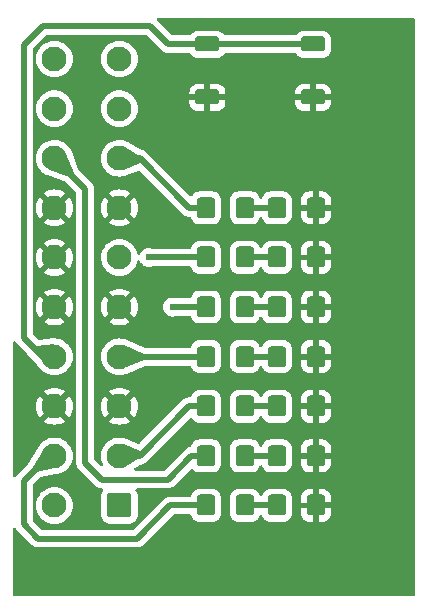
<source format=gtl>
G04 #@! TF.GenerationSoftware,KiCad,Pcbnew,8.0.5*
G04 #@! TF.CreationDate,2024-11-12T19:45:38-03:00*
G04 #@! TF.ProjectId,Teste R_pido Fonte Chaveada,54657374-6520-452e-9170-69646f20466f,rev?*
G04 #@! TF.SameCoordinates,Original*
G04 #@! TF.FileFunction,Copper,L1,Top*
G04 #@! TF.FilePolarity,Positive*
%FSLAX46Y46*%
G04 Gerber Fmt 4.6, Leading zero omitted, Abs format (unit mm)*
G04 Created by KiCad (PCBNEW 8.0.5) date 2024-11-12 19:45:38*
%MOMM*%
%LPD*%
G01*
G04 APERTURE LIST*
G04 Aperture macros list*
%AMRoundRect*
0 Rectangle with rounded corners*
0 $1 Rounding radius*
0 $2 $3 $4 $5 $6 $7 $8 $9 X,Y pos of 4 corners*
0 Add a 4 corners polygon primitive as box body*
4,1,4,$2,$3,$4,$5,$6,$7,$8,$9,$2,$3,0*
0 Add four circle primitives for the rounded corners*
1,1,$1+$1,$2,$3*
1,1,$1+$1,$4,$5*
1,1,$1+$1,$6,$7*
1,1,$1+$1,$8,$9*
0 Add four rect primitives between the rounded corners*
20,1,$1+$1,$2,$3,$4,$5,0*
20,1,$1+$1,$4,$5,$6,$7,0*
20,1,$1+$1,$6,$7,$8,$9,0*
20,1,$1+$1,$8,$9,$2,$3,0*%
G04 Aperture macros list end*
G04 #@! TA.AperFunction,SMDPad,CuDef*
%ADD10RoundRect,0.228600X0.533400X0.660400X-0.533400X0.660400X-0.533400X-0.660400X0.533400X-0.660400X0*%
G04 #@! TD*
G04 #@! TA.AperFunction,SMDPad,CuDef*
%ADD11RoundRect,0.228600X-0.533400X-0.660400X0.533400X-0.660400X0.533400X0.660400X-0.533400X0.660400X0*%
G04 #@! TD*
G04 #@! TA.AperFunction,ComponentPad*
%ADD12RoundRect,0.315000X0.735000X0.735000X-0.735000X0.735000X-0.735000X-0.735000X0.735000X-0.735000X0*%
G04 #@! TD*
G04 #@! TA.AperFunction,ComponentPad*
%ADD13C,2.100000*%
G04 #@! TD*
G04 #@! TA.AperFunction,SMDPad,CuDef*
%ADD14RoundRect,0.190500X0.825500X0.444500X-0.825500X0.444500X-0.825500X-0.444500X0.825500X-0.444500X0*%
G04 #@! TD*
G04 #@! TA.AperFunction,ViaPad*
%ADD15C,0.600000*%
G04 #@! TD*
G04 #@! TA.AperFunction,Conductor*
%ADD16C,0.500000*%
G04 #@! TD*
G04 APERTURE END LIST*
D10*
X125127000Y-66600000D03*
X121825000Y-66600000D03*
X125127000Y-79200000D03*
X121825000Y-79200000D03*
X125127000Y-83400000D03*
X121825000Y-83400000D03*
D11*
X115825000Y-79200000D03*
X119127000Y-79200000D03*
X115825000Y-75000000D03*
X119127000Y-75000000D03*
X115825000Y-87600000D03*
X119127000Y-87600000D03*
X121825000Y-91800000D03*
X125127000Y-91800000D03*
X115825000Y-91800000D03*
X119127000Y-91800000D03*
X115825000Y-66600000D03*
X119127000Y-66600000D03*
D12*
X108500000Y-91800000D03*
D13*
X108500000Y-87600000D03*
X108500000Y-83400000D03*
X108500000Y-79200000D03*
X108500000Y-75000000D03*
X108500000Y-70800000D03*
X108500000Y-66600000D03*
X108500000Y-62400000D03*
X108500000Y-58200000D03*
X108500000Y-54000000D03*
X103000000Y-91800000D03*
X103000000Y-87600000D03*
X103000000Y-83400000D03*
X103000000Y-79200000D03*
X103000000Y-75000000D03*
X103000000Y-70800000D03*
X103000000Y-66600000D03*
X103000000Y-62400000D03*
X103000000Y-58200000D03*
X103000000Y-54000000D03*
D11*
X115825000Y-70800000D03*
X119127000Y-70800000D03*
X121825000Y-87600000D03*
X125127000Y-87600000D03*
D10*
X125127000Y-70800000D03*
X121825000Y-70800000D03*
X125127000Y-75000000D03*
X121825000Y-75000000D03*
D11*
X115825000Y-83400000D03*
X119127000Y-83400000D03*
D14*
X124908000Y-57250000D03*
X115942000Y-57250000D03*
X124908000Y-52750000D03*
X115942000Y-52750000D03*
D15*
X126800000Y-83400000D03*
X126800000Y-91800000D03*
X126800000Y-79200000D03*
X126800000Y-66600000D03*
X126800000Y-75000000D03*
X126800000Y-57300000D03*
X126800000Y-87600000D03*
X126800000Y-70800000D03*
X113000000Y-75000000D03*
X111000000Y-70800000D03*
D16*
X119000000Y-66600000D02*
X121952000Y-66600000D01*
X125000000Y-91800000D02*
X126800000Y-91800000D01*
X125000000Y-87600000D02*
X126800000Y-87600000D01*
X126750000Y-57250000D02*
X126800000Y-57300000D01*
X124400000Y-57250000D02*
X126750000Y-57250000D01*
X125000000Y-75000000D02*
X126800000Y-75000000D01*
X116450000Y-57250000D02*
X124400000Y-57250000D01*
X125000000Y-79200000D02*
X126800000Y-79200000D01*
X125000000Y-66600000D02*
X126800000Y-66600000D01*
X125000000Y-83400000D02*
X126800000Y-83400000D01*
X125000000Y-70800000D02*
X126800000Y-70800000D01*
X119000000Y-70800000D02*
X121952000Y-70800000D01*
X101600000Y-94600000D02*
X110000000Y-94600000D01*
X103000000Y-87600000D02*
X102500000Y-87600000D01*
X100400000Y-93400000D02*
X101600000Y-94600000D01*
X100400000Y-89700000D02*
X100400000Y-93400000D01*
X102500000Y-87600000D02*
X100400000Y-89700000D01*
X112800000Y-91800000D02*
X116152000Y-91800000D01*
X110000000Y-94600000D02*
X112800000Y-91800000D01*
X114600000Y-87600000D02*
X115876000Y-87600000D01*
X112600000Y-89600000D02*
X114600000Y-87600000D01*
X105600000Y-65000000D02*
X105600000Y-88200000D01*
X107000000Y-89600000D02*
X112600000Y-89600000D01*
X105600000Y-88200000D02*
X107000000Y-89600000D01*
X103000000Y-62400000D02*
X105600000Y-65000000D01*
X113000000Y-75000000D02*
X115952000Y-75000000D01*
X108500000Y-79200000D02*
X115876000Y-79200000D01*
X110200000Y-87600000D02*
X114400000Y-83400000D01*
X114400000Y-83400000D02*
X116076000Y-83400000D01*
X108500000Y-87600000D02*
X110200000Y-87600000D01*
X102042000Y-51208000D02*
X111108000Y-51208000D01*
X100400000Y-77600000D02*
X100400000Y-52850000D01*
X102000000Y-79200000D02*
X100400000Y-77600000D01*
X112650000Y-52750000D02*
X116450000Y-52750000D01*
X111108000Y-51208000D02*
X112650000Y-52750000D01*
X103000000Y-79200000D02*
X102000000Y-79200000D01*
X124400000Y-52750000D02*
X116450000Y-52750000D01*
X100400000Y-52850000D02*
X102042000Y-51208000D01*
X119000000Y-79200000D02*
X121952000Y-79200000D01*
X119000000Y-75000000D02*
X121952000Y-75000000D01*
X119000000Y-87600000D02*
X121952000Y-87600000D01*
X119000000Y-83400000D02*
X121952000Y-83400000D01*
X119000000Y-91800000D02*
X121952000Y-91800000D01*
X110200000Y-62400000D02*
X108500000Y-62400000D01*
X115952000Y-66600000D02*
X114400000Y-66600000D01*
X114400000Y-66600000D02*
X110200000Y-62400000D01*
X115952000Y-70800000D02*
X111000000Y-70800000D01*
G04 #@! TA.AperFunction,Conductor*
G36*
X102039083Y-87201965D02*
G01*
X102993469Y-87596302D01*
X102999806Y-87602628D01*
X103000701Y-87607123D01*
X103000006Y-88640299D01*
X102996574Y-88648570D01*
X102990465Y-88651790D01*
X101533002Y-88925477D01*
X101524239Y-88923636D01*
X101522570Y-88922251D01*
X101179955Y-88579636D01*
X101176528Y-88571363D01*
X101178297Y-88565176D01*
X101775158Y-87607123D01*
X102024687Y-87206591D01*
X102031970Y-87201382D01*
X102039083Y-87201965D01*
G37*
G04 #@! TD.AperFunction*
G04 #@! TA.AperFunction,Conductor*
G36*
X108935110Y-61451622D02*
G01*
X108936379Y-61452285D01*
X108945084Y-61457537D01*
X110611465Y-62462988D01*
X110616779Y-62470196D01*
X110615439Y-62479050D01*
X110613694Y-62481279D01*
X110272413Y-62822560D01*
X110268473Y-62825155D01*
X108912538Y-63365799D01*
X108903584Y-63365680D01*
X108897397Y-63359412D01*
X108501220Y-62403942D01*
X108501218Y-62394990D01*
X108501324Y-62394741D01*
X108919659Y-61457534D01*
X108926158Y-61451379D01*
X108935110Y-61451622D01*
G37*
G04 #@! TD.AperFunction*
G04 #@! TA.AperFunction,Conductor*
G36*
X108912540Y-78234612D02*
G01*
X108912698Y-78234679D01*
X110542985Y-78946935D01*
X110549193Y-78953386D01*
X110550000Y-78957655D01*
X110550000Y-79442344D01*
X110546573Y-79450617D01*
X110542984Y-79453065D01*
X108912737Y-80165303D01*
X108903784Y-80165475D01*
X108897332Y-80159266D01*
X108897248Y-80159069D01*
X108500863Y-79204487D01*
X108500855Y-79195532D01*
X108500863Y-79195513D01*
X108604084Y-78946934D01*
X108897249Y-78240928D01*
X108903585Y-78234604D01*
X108912540Y-78234612D01*
G37*
G04 #@! TD.AperFunction*
G04 #@! TA.AperFunction,Conductor*
G36*
X110268473Y-87174844D02*
G01*
X110272413Y-87177439D01*
X110613694Y-87518720D01*
X110617121Y-87526993D01*
X110613694Y-87535266D01*
X110611465Y-87537011D01*
X108936385Y-88547710D01*
X108927531Y-88549050D01*
X108920323Y-88543736D01*
X108919662Y-88542471D01*
X108501344Y-87605304D01*
X108501102Y-87596353D01*
X108501197Y-87596114D01*
X108897397Y-86640586D01*
X108903732Y-86634257D01*
X108912537Y-86634200D01*
X110268473Y-87174844D01*
G37*
G04 #@! TD.AperFunction*
G04 #@! TA.AperFunction,Conductor*
G36*
X103968015Y-62002740D02*
G01*
X103974341Y-62009077D01*
X103974421Y-62009276D01*
X104623551Y-63665663D01*
X104623379Y-63674616D01*
X104620931Y-63678205D01*
X104278205Y-64020931D01*
X104269932Y-64024358D01*
X104265663Y-64023551D01*
X102609276Y-63374421D01*
X102602824Y-63368212D01*
X102602652Y-63359259D01*
X102602702Y-63359132D01*
X102997439Y-62403779D01*
X103003761Y-62397446D01*
X103959061Y-62002732D01*
X103968015Y-62002740D01*
G37*
G04 #@! TD.AperFunction*
G04 #@! TA.AperFunction,Conductor*
G36*
X102995903Y-78153762D02*
G01*
X102999972Y-78161739D01*
X103000008Y-78162654D01*
X103000703Y-79195849D01*
X102997282Y-79204125D01*
X102997268Y-79204138D01*
X102266257Y-79933759D01*
X102257981Y-79937178D01*
X102249711Y-79933743D01*
X102249296Y-79933305D01*
X101081838Y-78636215D01*
X101078850Y-78627773D01*
X101082260Y-78620116D01*
X101424915Y-78277461D01*
X101432261Y-78274071D01*
X102987385Y-78150998D01*
X102995903Y-78153762D01*
G37*
G04 #@! TD.AperFunction*
G04 #@! TA.AperFunction,Conductor*
G36*
X133442539Y-50520185D02*
G01*
X133488294Y-50572989D01*
X133499500Y-50624500D01*
X133499500Y-99375500D01*
X133479815Y-99442539D01*
X133427011Y-99488294D01*
X133375500Y-99499500D01*
X99624500Y-99499500D01*
X99557461Y-99479815D01*
X99511706Y-99427011D01*
X99500500Y-99375500D01*
X99500500Y-93811969D01*
X99520185Y-93744930D01*
X99572989Y-93699175D01*
X99642147Y-93689231D01*
X99705703Y-93718256D01*
X99731440Y-93750489D01*
X99731531Y-93750429D01*
X99732241Y-93751491D01*
X99733859Y-93753518D01*
X99734914Y-93755492D01*
X99767812Y-93804727D01*
X99767813Y-93804730D01*
X99817046Y-93878414D01*
X99817052Y-93878421D01*
X101121580Y-95182948D01*
X101121584Y-95182951D01*
X101244498Y-95265080D01*
X101244511Y-95265087D01*
X101381082Y-95321656D01*
X101381087Y-95321658D01*
X101381091Y-95321658D01*
X101381092Y-95321659D01*
X101526079Y-95350500D01*
X101526082Y-95350500D01*
X110073920Y-95350500D01*
X110171462Y-95331096D01*
X110218913Y-95321658D01*
X110355495Y-95265084D01*
X110404729Y-95232186D01*
X110478416Y-95182952D01*
X113074549Y-92586819D01*
X113135872Y-92553334D01*
X113162230Y-92550500D01*
X114463829Y-92550500D01*
X114530868Y-92570185D01*
X114576623Y-92622989D01*
X114581534Y-92635494D01*
X114626313Y-92770628D01*
X114715789Y-92915692D01*
X114836308Y-93036211D01*
X114981372Y-93125687D01*
X115143160Y-93179298D01*
X115243021Y-93189500D01*
X116406978Y-93189499D01*
X116506840Y-93179298D01*
X116668628Y-93125687D01*
X116813692Y-93036211D01*
X116934211Y-92915692D01*
X117023687Y-92770628D01*
X117077298Y-92608840D01*
X117087500Y-92508979D01*
X117087499Y-91091022D01*
X117087498Y-91091013D01*
X117864500Y-91091013D01*
X117864500Y-92508971D01*
X117864501Y-92508988D01*
X117874701Y-92608839D01*
X117874702Y-92608842D01*
X117887617Y-92647816D01*
X117928313Y-92770628D01*
X118017789Y-92915692D01*
X118138308Y-93036211D01*
X118283372Y-93125687D01*
X118445160Y-93179298D01*
X118545021Y-93189500D01*
X119708978Y-93189499D01*
X119808840Y-93179298D01*
X119970628Y-93125687D01*
X120115692Y-93036211D01*
X120236211Y-92915692D01*
X120325687Y-92770628D01*
X120358294Y-92672225D01*
X120398067Y-92614781D01*
X120462583Y-92587958D01*
X120531358Y-92600273D01*
X120582558Y-92647816D01*
X120593705Y-92672225D01*
X120626313Y-92770628D01*
X120715789Y-92915692D01*
X120836308Y-93036211D01*
X120981372Y-93125687D01*
X121143160Y-93179298D01*
X121243021Y-93189500D01*
X122406978Y-93189499D01*
X122506840Y-93179298D01*
X122668628Y-93125687D01*
X122813692Y-93036211D01*
X122934211Y-92915692D01*
X123023687Y-92770628D01*
X123077298Y-92608840D01*
X123087500Y-92508979D01*
X123087500Y-92508956D01*
X123865001Y-92508956D01*
X123875195Y-92608740D01*
X123928768Y-92770413D01*
X123928770Y-92770418D01*
X124018185Y-92915381D01*
X124138618Y-93035814D01*
X124283581Y-93125229D01*
X124283588Y-93125232D01*
X124445263Y-93178805D01*
X124445262Y-93178805D01*
X124545049Y-93188999D01*
X124876999Y-93188999D01*
X125377000Y-93188999D01*
X125708942Y-93188999D01*
X125708956Y-93188998D01*
X125808740Y-93178804D01*
X125970413Y-93125231D01*
X125970418Y-93125229D01*
X126115381Y-93035814D01*
X126235814Y-92915381D01*
X126325229Y-92770418D01*
X126325232Y-92770411D01*
X126378805Y-92608737D01*
X126388999Y-92508956D01*
X126389000Y-92508943D01*
X126389000Y-92050000D01*
X125377000Y-92050000D01*
X125377000Y-93188999D01*
X124876999Y-93188999D01*
X124877000Y-93188998D01*
X124877000Y-92050000D01*
X123865001Y-92050000D01*
X123865001Y-92508956D01*
X123087500Y-92508956D01*
X123087499Y-91091043D01*
X123865000Y-91091043D01*
X123865000Y-91550000D01*
X124877000Y-91550000D01*
X125377000Y-91550000D01*
X126388999Y-91550000D01*
X126388999Y-91091058D01*
X126388998Y-91091043D01*
X126378804Y-90991259D01*
X126325231Y-90829586D01*
X126325229Y-90829581D01*
X126235814Y-90684618D01*
X126115381Y-90564185D01*
X125970418Y-90474770D01*
X125970411Y-90474767D01*
X125808736Y-90421194D01*
X125808737Y-90421194D01*
X125708956Y-90411000D01*
X125377000Y-90411000D01*
X125377000Y-91550000D01*
X124877000Y-91550000D01*
X124877000Y-90411000D01*
X124545058Y-90411000D01*
X124545042Y-90411001D01*
X124445259Y-90421195D01*
X124283586Y-90474768D01*
X124283581Y-90474770D01*
X124138618Y-90564185D01*
X124018185Y-90684618D01*
X123928770Y-90829581D01*
X123928767Y-90829588D01*
X123875194Y-90991262D01*
X123865000Y-91091043D01*
X123087499Y-91091043D01*
X123087499Y-91091022D01*
X123083257Y-91049500D01*
X123077298Y-90991160D01*
X123077297Y-90991157D01*
X123056294Y-90927774D01*
X123023687Y-90829372D01*
X122934211Y-90684308D01*
X122813692Y-90563789D01*
X122668628Y-90474313D01*
X122506840Y-90420702D01*
X122506833Y-90420701D01*
X122406980Y-90410500D01*
X121243028Y-90410500D01*
X121243011Y-90410501D01*
X121143160Y-90420701D01*
X121143157Y-90420702D01*
X120981374Y-90474312D01*
X120981369Y-90474314D01*
X120836306Y-90563790D01*
X120715790Y-90684306D01*
X120626314Y-90829369D01*
X120626313Y-90829372D01*
X120593706Y-90927774D01*
X120553933Y-90985218D01*
X120489417Y-91012041D01*
X120420641Y-90999726D01*
X120369441Y-90952183D01*
X120358294Y-90927774D01*
X120325687Y-90829372D01*
X120236211Y-90684308D01*
X120115692Y-90563789D01*
X119970628Y-90474313D01*
X119808840Y-90420702D01*
X119808833Y-90420701D01*
X119708980Y-90410500D01*
X118545028Y-90410500D01*
X118545011Y-90410501D01*
X118445160Y-90420701D01*
X118445157Y-90420702D01*
X118283374Y-90474312D01*
X118283369Y-90474314D01*
X118138306Y-90563790D01*
X118017790Y-90684306D01*
X117928314Y-90829369D01*
X117928312Y-90829374D01*
X117874702Y-90991159D01*
X117874701Y-90991166D01*
X117864500Y-91091013D01*
X117087498Y-91091013D01*
X117083257Y-91049500D01*
X117077298Y-90991160D01*
X117077297Y-90991157D01*
X117056294Y-90927774D01*
X117023687Y-90829372D01*
X116934211Y-90684308D01*
X116813692Y-90563789D01*
X116668628Y-90474313D01*
X116506840Y-90420702D01*
X116506833Y-90420701D01*
X116406980Y-90410500D01*
X115243028Y-90410500D01*
X115243011Y-90410501D01*
X115143160Y-90420701D01*
X115143157Y-90420702D01*
X114981374Y-90474312D01*
X114981369Y-90474314D01*
X114836306Y-90563790D01*
X114715790Y-90684306D01*
X114626314Y-90829369D01*
X114626312Y-90829374D01*
X114581535Y-90964504D01*
X114541762Y-91021949D01*
X114477247Y-91048772D01*
X114463829Y-91049500D01*
X112726080Y-91049500D01*
X112581092Y-91078340D01*
X112581086Y-91078342D01*
X112444508Y-91134914D01*
X112444496Y-91134921D01*
X112395269Y-91167813D01*
X112321588Y-91217044D01*
X112321580Y-91217050D01*
X109725451Y-93813181D01*
X109664128Y-93846666D01*
X109637770Y-93849500D01*
X101962229Y-93849500D01*
X101895190Y-93829815D01*
X101874548Y-93813181D01*
X101186819Y-93125451D01*
X101153334Y-93064128D01*
X101150500Y-93037770D01*
X101150500Y-91800000D01*
X101444706Y-91800000D01*
X101463853Y-92043297D01*
X101520830Y-92280619D01*
X101614222Y-92506089D01*
X101741737Y-92714173D01*
X101741738Y-92714176D01*
X101789768Y-92770411D01*
X101900241Y-92899759D01*
X102043897Y-93022453D01*
X102085823Y-93058261D01*
X102085826Y-93058262D01*
X102293910Y-93185777D01*
X102475347Y-93260930D01*
X102507838Y-93274388D01*
X102519381Y-93279169D01*
X102519378Y-93279169D01*
X102519384Y-93279170D01*
X102519388Y-93279172D01*
X102756698Y-93336146D01*
X103000000Y-93355294D01*
X103243302Y-93336146D01*
X103480612Y-93279172D01*
X103706089Y-93185777D01*
X103914179Y-93058259D01*
X104099759Y-92899759D01*
X104258259Y-92714179D01*
X104385777Y-92506089D01*
X104479172Y-92280612D01*
X104536146Y-92043302D01*
X104555294Y-91800000D01*
X104536146Y-91556698D01*
X104479172Y-91319388D01*
X104479169Y-91319380D01*
X104385777Y-91093910D01*
X104258262Y-90885826D01*
X104258261Y-90885823D01*
X104222453Y-90843897D01*
X104099759Y-90700241D01*
X103927748Y-90553330D01*
X103914176Y-90541738D01*
X103914173Y-90541737D01*
X103706089Y-90414222D01*
X103480618Y-90320830D01*
X103480621Y-90320830D01*
X103374992Y-90295470D01*
X103243302Y-90263854D01*
X103243300Y-90263853D01*
X103243297Y-90263853D01*
X103000000Y-90244706D01*
X102756702Y-90263853D01*
X102519380Y-90320830D01*
X102293910Y-90414222D01*
X102085826Y-90541737D01*
X102085823Y-90541738D01*
X101900241Y-90700241D01*
X101741738Y-90885823D01*
X101741737Y-90885826D01*
X101614222Y-91093910D01*
X101520830Y-91319380D01*
X101463853Y-91556702D01*
X101444706Y-91800000D01*
X101150500Y-91800000D01*
X101150500Y-90062228D01*
X101170185Y-89995189D01*
X101186815Y-89974551D01*
X101738037Y-89423328D01*
X101799358Y-89389845D01*
X101802778Y-89389151D01*
X103076358Y-89149995D01*
X103089487Y-89148250D01*
X103243302Y-89136146D01*
X103480612Y-89079172D01*
X103706089Y-88985777D01*
X103914179Y-88858259D01*
X104099759Y-88699759D01*
X104258259Y-88514179D01*
X104385777Y-88306089D01*
X104479172Y-88080612D01*
X104536146Y-87843302D01*
X104555294Y-87600000D01*
X104536146Y-87356698D01*
X104479172Y-87119388D01*
X104436782Y-87017048D01*
X104385777Y-86893910D01*
X104258262Y-86685826D01*
X104258261Y-86685823D01*
X104222453Y-86643897D01*
X104099759Y-86500241D01*
X103939994Y-86363789D01*
X103914176Y-86341738D01*
X103914173Y-86341737D01*
X103706089Y-86214222D01*
X103480618Y-86120830D01*
X103480621Y-86120830D01*
X103374992Y-86095470D01*
X103243302Y-86063854D01*
X103243300Y-86063853D01*
X103243297Y-86063853D01*
X103000000Y-86044706D01*
X102756702Y-86063853D01*
X102519380Y-86120830D01*
X102293910Y-86214222D01*
X102085826Y-86341737D01*
X102085823Y-86341738D01*
X101900241Y-86500241D01*
X101741738Y-86685823D01*
X101741737Y-86685826D01*
X101614226Y-86893904D01*
X101614223Y-86893910D01*
X101598912Y-86930873D01*
X101589599Y-86948985D01*
X101346108Y-87339828D01*
X101346107Y-87339828D01*
X100770797Y-88263285D01*
X100753232Y-88285398D01*
X99817048Y-89221583D01*
X99797570Y-89250734D01*
X99778222Y-89279693D01*
X99734914Y-89344506D01*
X99733859Y-89346481D01*
X99733033Y-89347321D01*
X99731531Y-89349570D01*
X99731104Y-89349285D01*
X99684898Y-89396326D01*
X99616761Y-89411788D01*
X99551080Y-89387958D01*
X99508711Y-89332401D01*
X99500500Y-89288030D01*
X99500500Y-83400000D01*
X101445207Y-83400000D01*
X101464348Y-83643219D01*
X101521303Y-83880457D01*
X101614668Y-84105861D01*
X101738504Y-84307941D01*
X102360689Y-83685755D01*
X102379668Y-83731574D01*
X102456274Y-83846224D01*
X102553776Y-83943726D01*
X102668426Y-84020332D01*
X102714242Y-84039309D01*
X102092057Y-84661494D01*
X102294138Y-84785331D01*
X102519542Y-84878696D01*
X102756780Y-84935651D01*
X102756779Y-84935651D01*
X103000000Y-84954792D01*
X103243219Y-84935651D01*
X103480457Y-84878696D01*
X103705861Y-84785331D01*
X103907941Y-84661495D01*
X103907941Y-84661494D01*
X103285757Y-84039309D01*
X103331574Y-84020332D01*
X103446224Y-83943726D01*
X103543726Y-83846224D01*
X103620332Y-83731574D01*
X103639309Y-83685756D01*
X104261494Y-84307941D01*
X104261495Y-84307941D01*
X104385331Y-84105861D01*
X104478696Y-83880457D01*
X104535651Y-83643219D01*
X104554792Y-83400000D01*
X104535651Y-83156780D01*
X104478696Y-82919542D01*
X104385331Y-82694138D01*
X104261494Y-82492057D01*
X103639309Y-83114242D01*
X103620332Y-83068426D01*
X103543726Y-82953776D01*
X103446224Y-82856274D01*
X103331574Y-82779668D01*
X103285756Y-82760689D01*
X103907941Y-82138504D01*
X103705861Y-82014668D01*
X103480457Y-81921303D01*
X103243219Y-81864348D01*
X103243220Y-81864348D01*
X103000000Y-81845207D01*
X102756780Y-81864348D01*
X102519542Y-81921303D01*
X102294138Y-82014668D01*
X102092057Y-82138504D01*
X102714243Y-82760689D01*
X102668426Y-82779668D01*
X102553776Y-82856274D01*
X102456274Y-82953776D01*
X102379668Y-83068426D01*
X102360690Y-83114243D01*
X101738504Y-82492057D01*
X101614668Y-82694138D01*
X101521303Y-82919542D01*
X101464348Y-83156780D01*
X101445207Y-83400000D01*
X99500500Y-83400000D01*
X99500500Y-78011969D01*
X99520185Y-77944930D01*
X99572989Y-77899175D01*
X99642147Y-77889231D01*
X99705703Y-77918256D01*
X99731446Y-77950494D01*
X99731535Y-77950435D01*
X99732231Y-77951476D01*
X99733857Y-77953513D01*
X99734919Y-77955501D01*
X99740458Y-77963790D01*
X99817049Y-78078418D01*
X99817052Y-78078421D01*
X100683521Y-78944889D01*
X100698873Y-78963576D01*
X100706114Y-78974389D01*
X101547307Y-79908986D01*
X101873605Y-80271516D01*
X101882356Y-80280991D01*
X101882753Y-80281410D01*
X101882754Y-80281411D01*
X101882758Y-80281414D01*
X101882764Y-80281421D01*
X101885989Y-80284400D01*
X101896117Y-80294932D01*
X101900239Y-80299757D01*
X101900241Y-80299759D01*
X101924662Y-80320616D01*
X101929839Y-80325038D01*
X101933364Y-80328170D01*
X101935535Y-80329903D01*
X102085821Y-80458259D01*
X102085823Y-80458260D01*
X102085824Y-80458261D01*
X102085826Y-80458262D01*
X102293910Y-80585777D01*
X102519381Y-80679169D01*
X102519378Y-80679169D01*
X102519384Y-80679170D01*
X102519388Y-80679172D01*
X102756698Y-80736146D01*
X103000000Y-80755294D01*
X103243302Y-80736146D01*
X103480612Y-80679172D01*
X103706089Y-80585777D01*
X103914179Y-80458259D01*
X104099759Y-80299759D01*
X104258259Y-80114179D01*
X104385777Y-79906089D01*
X104479172Y-79680612D01*
X104536146Y-79443302D01*
X104555294Y-79200000D01*
X104536146Y-78956698D01*
X104479172Y-78719388D01*
X104385777Y-78493911D01*
X104385777Y-78493910D01*
X104258262Y-78285826D01*
X104258261Y-78285823D01*
X104222453Y-78243897D01*
X104099759Y-78100241D01*
X103930283Y-77955495D01*
X103914176Y-77941738D01*
X103914173Y-77941737D01*
X103706089Y-77814222D01*
X103480618Y-77720830D01*
X103480621Y-77720830D01*
X103374992Y-77695470D01*
X103243302Y-77663854D01*
X103243300Y-77663853D01*
X103243297Y-77663853D01*
X103068171Y-77650071D01*
X103000000Y-77644706D01*
X102999998Y-77644706D01*
X102999997Y-77644706D01*
X102968679Y-77647170D01*
X102951059Y-77647300D01*
X102947511Y-77647073D01*
X101670995Y-77748096D01*
X101602611Y-77733761D01*
X101573531Y-77712163D01*
X101186819Y-77325451D01*
X101153334Y-77264128D01*
X101150500Y-77237770D01*
X101150500Y-75000000D01*
X101445207Y-75000000D01*
X101464348Y-75243219D01*
X101521303Y-75480457D01*
X101614668Y-75705861D01*
X101738504Y-75907941D01*
X102360689Y-75285755D01*
X102379668Y-75331574D01*
X102456274Y-75446224D01*
X102553776Y-75543726D01*
X102668426Y-75620332D01*
X102714242Y-75639309D01*
X102092057Y-76261494D01*
X102294138Y-76385331D01*
X102519542Y-76478696D01*
X102756780Y-76535651D01*
X102756779Y-76535651D01*
X103000000Y-76554792D01*
X103243219Y-76535651D01*
X103480457Y-76478696D01*
X103705861Y-76385331D01*
X103907941Y-76261495D01*
X103907941Y-76261494D01*
X103285757Y-75639309D01*
X103331574Y-75620332D01*
X103446224Y-75543726D01*
X103543726Y-75446224D01*
X103620332Y-75331574D01*
X103639309Y-75285756D01*
X104261494Y-75907941D01*
X104261495Y-75907941D01*
X104385331Y-75705861D01*
X104478696Y-75480457D01*
X104535651Y-75243219D01*
X104554792Y-75000000D01*
X104535651Y-74756780D01*
X104478696Y-74519542D01*
X104385331Y-74294138D01*
X104261494Y-74092057D01*
X103639309Y-74714242D01*
X103620332Y-74668426D01*
X103543726Y-74553776D01*
X103446224Y-74456274D01*
X103331574Y-74379668D01*
X103285756Y-74360689D01*
X103907941Y-73738504D01*
X103705861Y-73614668D01*
X103480457Y-73521303D01*
X103243219Y-73464348D01*
X103243220Y-73464348D01*
X103000000Y-73445207D01*
X102756780Y-73464348D01*
X102519542Y-73521303D01*
X102294138Y-73614668D01*
X102092057Y-73738504D01*
X102714243Y-74360689D01*
X102668426Y-74379668D01*
X102553776Y-74456274D01*
X102456274Y-74553776D01*
X102379668Y-74668426D01*
X102360690Y-74714243D01*
X101738504Y-74092057D01*
X101614668Y-74294138D01*
X101521303Y-74519542D01*
X101464348Y-74756780D01*
X101445207Y-75000000D01*
X101150500Y-75000000D01*
X101150500Y-70800000D01*
X101445207Y-70800000D01*
X101464348Y-71043219D01*
X101521303Y-71280457D01*
X101614668Y-71505861D01*
X101738504Y-71707941D01*
X102360689Y-71085755D01*
X102379668Y-71131574D01*
X102456274Y-71246224D01*
X102553776Y-71343726D01*
X102668426Y-71420332D01*
X102714242Y-71439309D01*
X102092057Y-72061494D01*
X102294138Y-72185331D01*
X102519542Y-72278696D01*
X102756780Y-72335651D01*
X102756779Y-72335651D01*
X103000000Y-72354792D01*
X103243219Y-72335651D01*
X103480457Y-72278696D01*
X103705861Y-72185331D01*
X103907941Y-72061495D01*
X103907941Y-72061494D01*
X103285757Y-71439309D01*
X103331574Y-71420332D01*
X103446224Y-71343726D01*
X103543726Y-71246224D01*
X103620332Y-71131574D01*
X103639309Y-71085756D01*
X104261494Y-71707941D01*
X104261495Y-71707941D01*
X104385331Y-71505861D01*
X104478696Y-71280457D01*
X104535651Y-71043219D01*
X104554792Y-70800000D01*
X104535651Y-70556780D01*
X104478696Y-70319542D01*
X104385331Y-70094138D01*
X104261494Y-69892057D01*
X103639309Y-70514242D01*
X103620332Y-70468426D01*
X103543726Y-70353776D01*
X103446224Y-70256274D01*
X103331574Y-70179668D01*
X103285756Y-70160689D01*
X103907941Y-69538504D01*
X103705861Y-69414668D01*
X103480457Y-69321303D01*
X103243219Y-69264348D01*
X103243220Y-69264348D01*
X103000000Y-69245207D01*
X102756780Y-69264348D01*
X102519542Y-69321303D01*
X102294138Y-69414668D01*
X102092057Y-69538504D01*
X102714243Y-70160689D01*
X102668426Y-70179668D01*
X102553776Y-70256274D01*
X102456274Y-70353776D01*
X102379668Y-70468426D01*
X102360690Y-70514243D01*
X101738504Y-69892057D01*
X101614668Y-70094138D01*
X101521303Y-70319542D01*
X101464348Y-70556780D01*
X101445207Y-70800000D01*
X101150500Y-70800000D01*
X101150500Y-66600000D01*
X101445207Y-66600000D01*
X101464348Y-66843219D01*
X101521303Y-67080457D01*
X101614668Y-67305861D01*
X101738504Y-67507941D01*
X102360689Y-66885755D01*
X102379668Y-66931574D01*
X102456274Y-67046224D01*
X102553776Y-67143726D01*
X102668426Y-67220332D01*
X102714242Y-67239309D01*
X102092057Y-67861494D01*
X102294138Y-67985331D01*
X102519542Y-68078696D01*
X102756780Y-68135651D01*
X102756779Y-68135651D01*
X103000000Y-68154792D01*
X103243219Y-68135651D01*
X103480457Y-68078696D01*
X103705861Y-67985331D01*
X103907941Y-67861495D01*
X103907941Y-67861494D01*
X103285757Y-67239309D01*
X103331574Y-67220332D01*
X103446224Y-67143726D01*
X103543726Y-67046224D01*
X103620332Y-66931574D01*
X103639309Y-66885756D01*
X104261494Y-67507941D01*
X104261495Y-67507941D01*
X104385331Y-67305861D01*
X104478696Y-67080457D01*
X104535651Y-66843219D01*
X104554792Y-66600000D01*
X104535651Y-66356780D01*
X104478696Y-66119542D01*
X104385331Y-65894138D01*
X104261494Y-65692057D01*
X103639309Y-66314242D01*
X103620332Y-66268426D01*
X103543726Y-66153776D01*
X103446224Y-66056274D01*
X103331574Y-65979668D01*
X103285756Y-65960689D01*
X103907941Y-65338504D01*
X103705861Y-65214668D01*
X103480457Y-65121303D01*
X103243219Y-65064348D01*
X103243220Y-65064348D01*
X103000000Y-65045207D01*
X102756780Y-65064348D01*
X102519542Y-65121303D01*
X102294138Y-65214668D01*
X102092057Y-65338504D01*
X102714243Y-65960689D01*
X102668426Y-65979668D01*
X102553776Y-66056274D01*
X102456274Y-66153776D01*
X102379668Y-66268426D01*
X102360690Y-66314243D01*
X101738504Y-65692057D01*
X101614668Y-65894138D01*
X101521303Y-66119542D01*
X101464348Y-66356780D01*
X101445207Y-66600000D01*
X101150500Y-66600000D01*
X101150500Y-62400000D01*
X101444706Y-62400000D01*
X101463853Y-62643297D01*
X101520830Y-62880619D01*
X101614222Y-63106089D01*
X101741737Y-63314173D01*
X101741738Y-63314176D01*
X101741741Y-63314179D01*
X101900241Y-63499759D01*
X102043897Y-63622453D01*
X102085823Y-63658261D01*
X102085825Y-63658261D01*
X102293911Y-63785777D01*
X102384746Y-63823401D01*
X102398497Y-63830121D01*
X102424831Y-63845070D01*
X103977533Y-64453565D01*
X104019968Y-64481335D01*
X104813181Y-65274548D01*
X104846666Y-65335871D01*
X104849500Y-65362229D01*
X104849500Y-88273918D01*
X104849500Y-88273920D01*
X104849499Y-88273920D01*
X104878340Y-88418907D01*
X104878343Y-88418917D01*
X104934913Y-88555490D01*
X104934918Y-88555499D01*
X104945028Y-88570629D01*
X104945030Y-88570631D01*
X105017051Y-88678420D01*
X105017052Y-88678421D01*
X106521584Y-90182952D01*
X106521586Y-90182954D01*
X106551058Y-90202645D01*
X106595270Y-90232186D01*
X106644505Y-90265084D01*
X106644506Y-90265084D01*
X106644507Y-90265085D01*
X106644509Y-90265086D01*
X106779083Y-90320828D01*
X106781087Y-90321658D01*
X106781091Y-90321658D01*
X106781092Y-90321659D01*
X106926079Y-90350500D01*
X106926082Y-90350500D01*
X106926083Y-90350500D01*
X107027643Y-90350500D01*
X107094682Y-90370185D01*
X107140437Y-90422989D01*
X107150381Y-90492147D01*
X107126612Y-90547132D01*
X107127087Y-90547431D01*
X107125153Y-90550508D01*
X107124588Y-90551816D01*
X107123379Y-90553330D01*
X107025611Y-90708927D01*
X106964914Y-90882391D01*
X106949500Y-91019199D01*
X106949500Y-92580800D01*
X106964914Y-92717608D01*
X107025611Y-92891072D01*
X107116559Y-93035814D01*
X107123382Y-93046673D01*
X107253327Y-93176618D01*
X107408929Y-93274389D01*
X107582386Y-93335084D01*
X107582389Y-93335084D01*
X107582391Y-93335085D01*
X107650795Y-93342792D01*
X107719199Y-93350499D01*
X107719200Y-93350500D01*
X107719204Y-93350500D01*
X109280800Y-93350500D01*
X109280800Y-93350499D01*
X109366856Y-93340803D01*
X109417608Y-93335085D01*
X109417609Y-93335084D01*
X109417614Y-93335084D01*
X109591071Y-93274389D01*
X109746673Y-93176618D01*
X109876618Y-93046673D01*
X109974389Y-92891071D01*
X110035084Y-92717614D01*
X110035472Y-92714176D01*
X110040803Y-92666856D01*
X110050500Y-92580796D01*
X110050500Y-91019204D01*
X110035472Y-90885826D01*
X110035085Y-90882391D01*
X110035084Y-90882389D01*
X110035084Y-90882386D01*
X109974389Y-90708929D01*
X109959113Y-90684618D01*
X109876620Y-90553330D01*
X109875412Y-90551816D01*
X109874936Y-90550651D01*
X109872913Y-90547431D01*
X109873477Y-90547076D01*
X109849002Y-90487130D01*
X109861756Y-90418434D01*
X109909625Y-90367539D01*
X109972357Y-90350500D01*
X112673920Y-90350500D01*
X112771462Y-90331096D01*
X112818913Y-90321658D01*
X112955495Y-90265084D01*
X113004729Y-90232186D01*
X113004734Y-90232183D01*
X113029071Y-90215921D01*
X113078416Y-90182952D01*
X114543052Y-88718313D01*
X114604373Y-88684830D01*
X114674064Y-88689814D01*
X114718412Y-88718315D01*
X114836308Y-88836211D01*
X114981372Y-88925687D01*
X115143160Y-88979298D01*
X115243021Y-88989500D01*
X116406978Y-88989499D01*
X116506840Y-88979298D01*
X116668628Y-88925687D01*
X116813692Y-88836211D01*
X116934211Y-88715692D01*
X117023687Y-88570628D01*
X117077298Y-88408840D01*
X117087500Y-88308979D01*
X117087499Y-86891022D01*
X117087498Y-86891013D01*
X117864500Y-86891013D01*
X117864500Y-88308971D01*
X117864501Y-88308988D01*
X117874701Y-88408839D01*
X117874702Y-88408842D01*
X117895706Y-88472226D01*
X117928313Y-88570628D01*
X118017789Y-88715692D01*
X118138308Y-88836211D01*
X118283372Y-88925687D01*
X118445160Y-88979298D01*
X118545021Y-88989500D01*
X119708978Y-88989499D01*
X119808840Y-88979298D01*
X119970628Y-88925687D01*
X120115692Y-88836211D01*
X120236211Y-88715692D01*
X120325687Y-88570628D01*
X120358294Y-88472225D01*
X120398067Y-88414781D01*
X120462583Y-88387958D01*
X120531358Y-88400273D01*
X120582558Y-88447816D01*
X120593705Y-88472225D01*
X120626313Y-88570628D01*
X120715789Y-88715692D01*
X120836308Y-88836211D01*
X120981372Y-88925687D01*
X121143160Y-88979298D01*
X121243021Y-88989500D01*
X122406978Y-88989499D01*
X122506840Y-88979298D01*
X122668628Y-88925687D01*
X122813692Y-88836211D01*
X122934211Y-88715692D01*
X123023687Y-88570628D01*
X123077298Y-88408840D01*
X123087500Y-88308979D01*
X123087500Y-88308956D01*
X123865001Y-88308956D01*
X123875195Y-88408740D01*
X123928768Y-88570413D01*
X123928770Y-88570418D01*
X124018185Y-88715381D01*
X124138618Y-88835814D01*
X124283581Y-88925229D01*
X124283588Y-88925232D01*
X124445263Y-88978805D01*
X124445262Y-88978805D01*
X124545049Y-88988999D01*
X124876999Y-88988999D01*
X125377000Y-88988999D01*
X125708942Y-88988999D01*
X125708956Y-88988998D01*
X125808740Y-88978804D01*
X125970413Y-88925231D01*
X125970418Y-88925229D01*
X126115381Y-88835814D01*
X126235814Y-88715381D01*
X126325229Y-88570418D01*
X126325232Y-88570411D01*
X126378805Y-88408737D01*
X126388999Y-88308956D01*
X126389000Y-88308943D01*
X126389000Y-87850000D01*
X125377000Y-87850000D01*
X125377000Y-88988999D01*
X124876999Y-88988999D01*
X124877000Y-88988998D01*
X124877000Y-87850000D01*
X123865001Y-87850000D01*
X123865001Y-88308956D01*
X123087500Y-88308956D01*
X123087499Y-86891043D01*
X123865000Y-86891043D01*
X123865000Y-87350000D01*
X124877000Y-87350000D01*
X125377000Y-87350000D01*
X126388999Y-87350000D01*
X126388999Y-86891058D01*
X126388998Y-86891043D01*
X126378804Y-86791259D01*
X126325231Y-86629586D01*
X126325229Y-86629581D01*
X126235814Y-86484618D01*
X126115381Y-86364185D01*
X125970418Y-86274770D01*
X125970411Y-86274767D01*
X125808736Y-86221194D01*
X125808737Y-86221194D01*
X125708956Y-86211000D01*
X125377000Y-86211000D01*
X125377000Y-87350000D01*
X124877000Y-87350000D01*
X124877000Y-86211000D01*
X124545058Y-86211000D01*
X124545042Y-86211001D01*
X124445259Y-86221195D01*
X124283586Y-86274768D01*
X124283581Y-86274770D01*
X124138618Y-86364185D01*
X124018185Y-86484618D01*
X123928770Y-86629581D01*
X123928767Y-86629588D01*
X123875194Y-86791262D01*
X123865000Y-86891043D01*
X123087499Y-86891043D01*
X123087499Y-86891022D01*
X123083257Y-86849500D01*
X123077298Y-86791160D01*
X123077297Y-86791157D01*
X123056294Y-86727774D01*
X123023687Y-86629372D01*
X122934211Y-86484308D01*
X122813692Y-86363789D01*
X122668628Y-86274313D01*
X122506840Y-86220702D01*
X122506833Y-86220701D01*
X122406980Y-86210500D01*
X121243028Y-86210500D01*
X121243011Y-86210501D01*
X121143160Y-86220701D01*
X121143157Y-86220702D01*
X120981374Y-86274312D01*
X120981369Y-86274314D01*
X120836306Y-86363790D01*
X120715790Y-86484306D01*
X120626314Y-86629369D01*
X120626313Y-86629372D01*
X120593706Y-86727774D01*
X120553933Y-86785218D01*
X120489417Y-86812041D01*
X120420641Y-86799726D01*
X120369441Y-86752183D01*
X120358294Y-86727774D01*
X120325687Y-86629372D01*
X120236211Y-86484308D01*
X120115692Y-86363789D01*
X119970628Y-86274313D01*
X119808840Y-86220702D01*
X119808833Y-86220701D01*
X119708980Y-86210500D01*
X118545028Y-86210500D01*
X118545011Y-86210501D01*
X118445160Y-86220701D01*
X118445157Y-86220702D01*
X118283374Y-86274312D01*
X118283369Y-86274314D01*
X118138306Y-86363790D01*
X118017790Y-86484306D01*
X117928314Y-86629369D01*
X117928312Y-86629374D01*
X117874702Y-86791159D01*
X117874701Y-86791166D01*
X117864500Y-86891013D01*
X117087498Y-86891013D01*
X117083257Y-86849500D01*
X117077298Y-86791160D01*
X117077297Y-86791157D01*
X117056294Y-86727774D01*
X117023687Y-86629372D01*
X116934211Y-86484308D01*
X116813692Y-86363789D01*
X116668628Y-86274313D01*
X116506840Y-86220702D01*
X116506833Y-86220701D01*
X116406980Y-86210500D01*
X115243028Y-86210500D01*
X115243011Y-86210501D01*
X115143160Y-86220701D01*
X115143157Y-86220702D01*
X114981374Y-86274312D01*
X114981369Y-86274314D01*
X114836306Y-86363790D01*
X114715790Y-86484306D01*
X114626314Y-86629369D01*
X114626313Y-86629372D01*
X114578003Y-86775161D01*
X114538230Y-86832605D01*
X114484489Y-86857773D01*
X114381092Y-86878340D01*
X114381082Y-86878343D01*
X114244511Y-86934912D01*
X114244498Y-86934919D01*
X114121584Y-87017048D01*
X114121580Y-87017051D01*
X112325451Y-88813181D01*
X112264128Y-88846666D01*
X112237770Y-88849500D01*
X109860225Y-88849500D01*
X109793186Y-88829815D01*
X109747431Y-88777011D01*
X109737487Y-88707853D01*
X109766512Y-88644297D01*
X109796165Y-88619329D01*
X110212161Y-88368329D01*
X110268023Y-88352781D01*
X110267858Y-88351097D01*
X110273920Y-88350500D01*
X110371462Y-88331096D01*
X110418913Y-88321658D01*
X110555495Y-88265084D01*
X110609201Y-88229199D01*
X110609201Y-88229198D01*
X110609203Y-88229198D01*
X110643808Y-88206075D01*
X110678416Y-88182952D01*
X114463702Y-84397664D01*
X114525023Y-84364181D01*
X114594715Y-84369165D01*
X114650648Y-84411037D01*
X114656919Y-84420250D01*
X114715786Y-84515688D01*
X114715789Y-84515692D01*
X114836308Y-84636211D01*
X114981372Y-84725687D01*
X115143160Y-84779298D01*
X115243021Y-84789500D01*
X116406978Y-84789499D01*
X116506840Y-84779298D01*
X116668628Y-84725687D01*
X116813692Y-84636211D01*
X116934211Y-84515692D01*
X117023687Y-84370628D01*
X117077298Y-84208840D01*
X117087500Y-84108979D01*
X117087499Y-82691022D01*
X117087498Y-82691013D01*
X117864500Y-82691013D01*
X117864500Y-84108971D01*
X117864501Y-84108988D01*
X117874701Y-84208839D01*
X117874702Y-84208842D01*
X117926177Y-84364181D01*
X117928313Y-84370628D01*
X118017789Y-84515692D01*
X118138308Y-84636211D01*
X118283372Y-84725687D01*
X118445160Y-84779298D01*
X118545021Y-84789500D01*
X119708978Y-84789499D01*
X119808840Y-84779298D01*
X119970628Y-84725687D01*
X120115692Y-84636211D01*
X120236211Y-84515692D01*
X120325687Y-84370628D01*
X120358294Y-84272225D01*
X120398067Y-84214781D01*
X120462583Y-84187958D01*
X120531358Y-84200273D01*
X120582558Y-84247816D01*
X120593705Y-84272225D01*
X120626313Y-84370628D01*
X120715789Y-84515692D01*
X120836308Y-84636211D01*
X120981372Y-84725687D01*
X121143160Y-84779298D01*
X121243021Y-84789500D01*
X122406978Y-84789499D01*
X122506840Y-84779298D01*
X122668628Y-84725687D01*
X122813692Y-84636211D01*
X122934211Y-84515692D01*
X123023687Y-84370628D01*
X123077298Y-84208840D01*
X123087500Y-84108979D01*
X123087500Y-84108956D01*
X123865001Y-84108956D01*
X123875195Y-84208740D01*
X123928768Y-84370413D01*
X123928770Y-84370418D01*
X124018185Y-84515381D01*
X124138618Y-84635814D01*
X124283581Y-84725229D01*
X124283588Y-84725232D01*
X124445263Y-84778805D01*
X124445262Y-84778805D01*
X124545049Y-84788999D01*
X124876999Y-84788999D01*
X125377000Y-84788999D01*
X125708942Y-84788999D01*
X125708956Y-84788998D01*
X125808740Y-84778804D01*
X125970413Y-84725231D01*
X125970418Y-84725229D01*
X126115381Y-84635814D01*
X126235814Y-84515381D01*
X126325229Y-84370418D01*
X126325232Y-84370411D01*
X126378805Y-84208737D01*
X126388999Y-84108956D01*
X126389000Y-84108943D01*
X126389000Y-83650000D01*
X125377000Y-83650000D01*
X125377000Y-84788999D01*
X124876999Y-84788999D01*
X124877000Y-84788998D01*
X124877000Y-83650000D01*
X123865001Y-83650000D01*
X123865001Y-84108956D01*
X123087500Y-84108956D01*
X123087499Y-82691043D01*
X123865000Y-82691043D01*
X123865000Y-83150000D01*
X124877000Y-83150000D01*
X125377000Y-83150000D01*
X126388999Y-83150000D01*
X126388999Y-82691058D01*
X126388998Y-82691043D01*
X126378804Y-82591259D01*
X126325231Y-82429586D01*
X126325229Y-82429581D01*
X126235814Y-82284618D01*
X126115381Y-82164185D01*
X125970418Y-82074770D01*
X125970411Y-82074767D01*
X125808736Y-82021194D01*
X125808737Y-82021194D01*
X125708956Y-82011000D01*
X125377000Y-82011000D01*
X125377000Y-83150000D01*
X124877000Y-83150000D01*
X124877000Y-82011000D01*
X124545058Y-82011000D01*
X124545042Y-82011001D01*
X124445259Y-82021195D01*
X124283586Y-82074768D01*
X124283581Y-82074770D01*
X124138618Y-82164185D01*
X124018185Y-82284618D01*
X123928770Y-82429581D01*
X123928767Y-82429588D01*
X123875194Y-82591262D01*
X123865000Y-82691043D01*
X123087499Y-82691043D01*
X123087499Y-82691022D01*
X123083257Y-82649500D01*
X123077298Y-82591160D01*
X123077297Y-82591157D01*
X123056294Y-82527774D01*
X123023687Y-82429372D01*
X122934211Y-82284308D01*
X122813692Y-82163789D01*
X122668628Y-82074313D01*
X122506840Y-82020702D01*
X122506833Y-82020701D01*
X122406980Y-82010500D01*
X121243028Y-82010500D01*
X121243011Y-82010501D01*
X121143160Y-82020701D01*
X121143157Y-82020702D01*
X120981374Y-82074312D01*
X120981369Y-82074314D01*
X120836306Y-82163790D01*
X120715790Y-82284306D01*
X120626314Y-82429369D01*
X120626313Y-82429372D01*
X120593706Y-82527774D01*
X120553933Y-82585218D01*
X120489417Y-82612041D01*
X120420641Y-82599726D01*
X120369441Y-82552183D01*
X120358294Y-82527774D01*
X120325687Y-82429372D01*
X120236211Y-82284308D01*
X120115692Y-82163789D01*
X119970628Y-82074313D01*
X119808840Y-82020702D01*
X119808833Y-82020701D01*
X119708980Y-82010500D01*
X118545028Y-82010500D01*
X118545011Y-82010501D01*
X118445160Y-82020701D01*
X118445157Y-82020702D01*
X118283374Y-82074312D01*
X118283369Y-82074314D01*
X118138306Y-82163790D01*
X118017790Y-82284306D01*
X117928314Y-82429369D01*
X117928312Y-82429374D01*
X117874702Y-82591159D01*
X117874701Y-82591166D01*
X117864500Y-82691013D01*
X117087498Y-82691013D01*
X117083257Y-82649500D01*
X117077298Y-82591160D01*
X117077297Y-82591157D01*
X117056294Y-82527774D01*
X117023687Y-82429372D01*
X116934211Y-82284308D01*
X116813692Y-82163789D01*
X116668628Y-82074313D01*
X116506840Y-82020702D01*
X116506833Y-82020701D01*
X116406980Y-82010500D01*
X115243028Y-82010500D01*
X115243011Y-82010501D01*
X115143160Y-82020701D01*
X115143157Y-82020702D01*
X114981374Y-82074312D01*
X114981369Y-82074314D01*
X114836306Y-82163790D01*
X114715790Y-82284306D01*
X114626314Y-82429369D01*
X114626312Y-82429374D01*
X114581535Y-82564504D01*
X114541762Y-82621949D01*
X114477247Y-82648772D01*
X114463829Y-82649500D01*
X114326080Y-82649500D01*
X114181092Y-82678340D01*
X114181086Y-82678342D01*
X114044508Y-82734914D01*
X114044496Y-82734921D01*
X113995269Y-82767813D01*
X113921588Y-82817044D01*
X113921580Y-82817050D01*
X110211483Y-86527147D01*
X110150160Y-86560632D01*
X110080468Y-86555648D01*
X110077876Y-86554648D01*
X109099758Y-86164649D01*
X109099754Y-86164647D01*
X109099750Y-86164646D01*
X109051798Y-86148261D01*
X109049870Y-86147804D01*
X109031042Y-86141715D01*
X108980612Y-86120827D01*
X108782917Y-86073365D01*
X108743302Y-86063854D01*
X108743300Y-86063853D01*
X108743299Y-86063853D01*
X108500000Y-86044706D01*
X108256702Y-86063853D01*
X108019380Y-86120830D01*
X107793910Y-86214222D01*
X107585826Y-86341737D01*
X107585823Y-86341738D01*
X107400241Y-86500241D01*
X107241738Y-86685823D01*
X107241737Y-86685826D01*
X107114222Y-86893910D01*
X107020830Y-87119380D01*
X106963853Y-87356702D01*
X106944706Y-87600000D01*
X106963853Y-87843297D01*
X107020830Y-88080619D01*
X107114222Y-88306089D01*
X107115627Y-88308381D01*
X107115894Y-88309370D01*
X107116433Y-88310427D01*
X107116210Y-88310540D01*
X107133869Y-88375828D01*
X107112751Y-88442430D01*
X107058978Y-88487041D01*
X106989622Y-88495499D01*
X106926704Y-88465118D01*
X106922217Y-88460849D01*
X106386819Y-87925451D01*
X106353334Y-87864128D01*
X106350500Y-87837770D01*
X106350500Y-83400000D01*
X106945207Y-83400000D01*
X106964348Y-83643219D01*
X107021303Y-83880457D01*
X107114668Y-84105861D01*
X107238504Y-84307941D01*
X107860689Y-83685755D01*
X107879668Y-83731574D01*
X107956274Y-83846224D01*
X108053776Y-83943726D01*
X108168426Y-84020332D01*
X108214242Y-84039309D01*
X107592057Y-84661494D01*
X107794138Y-84785331D01*
X108019542Y-84878696D01*
X108256780Y-84935651D01*
X108256779Y-84935651D01*
X108500000Y-84954792D01*
X108743219Y-84935651D01*
X108980457Y-84878696D01*
X109205861Y-84785331D01*
X109407941Y-84661495D01*
X109407941Y-84661494D01*
X108785757Y-84039309D01*
X108831574Y-84020332D01*
X108946224Y-83943726D01*
X109043726Y-83846224D01*
X109120332Y-83731574D01*
X109139309Y-83685756D01*
X109761494Y-84307941D01*
X109761495Y-84307941D01*
X109885331Y-84105861D01*
X109978696Y-83880457D01*
X110035651Y-83643219D01*
X110054792Y-83400000D01*
X110035651Y-83156780D01*
X109978696Y-82919542D01*
X109885331Y-82694138D01*
X109761494Y-82492057D01*
X109139309Y-83114242D01*
X109120332Y-83068426D01*
X109043726Y-82953776D01*
X108946224Y-82856274D01*
X108831574Y-82779668D01*
X108785756Y-82760689D01*
X109407941Y-82138504D01*
X109205861Y-82014668D01*
X108980457Y-81921303D01*
X108743219Y-81864348D01*
X108743220Y-81864348D01*
X108500000Y-81845207D01*
X108256780Y-81864348D01*
X108019542Y-81921303D01*
X107794138Y-82014668D01*
X107592057Y-82138504D01*
X108214243Y-82760689D01*
X108168426Y-82779668D01*
X108053776Y-82856274D01*
X107956274Y-82953776D01*
X107879668Y-83068426D01*
X107860690Y-83114243D01*
X107238504Y-82492057D01*
X107114668Y-82694138D01*
X107021303Y-82919542D01*
X106964348Y-83156780D01*
X106945207Y-83400000D01*
X106350500Y-83400000D01*
X106350500Y-79200000D01*
X106944706Y-79200000D01*
X106963853Y-79443297D01*
X107020830Y-79680619D01*
X107114222Y-79906089D01*
X107241737Y-80114173D01*
X107241738Y-80114176D01*
X107241741Y-80114179D01*
X107400241Y-80299759D01*
X107543897Y-80422453D01*
X107585823Y-80458261D01*
X107585826Y-80458262D01*
X107793910Y-80585777D01*
X108019381Y-80679169D01*
X108019378Y-80679169D01*
X108019384Y-80679170D01*
X108019388Y-80679172D01*
X108256698Y-80736146D01*
X108500000Y-80755294D01*
X108743302Y-80736146D01*
X108980612Y-80679172D01*
X109071454Y-80641543D01*
X109085923Y-80636573D01*
X109115114Y-80628524D01*
X110643310Y-79960871D01*
X110692953Y-79950500D01*
X114463829Y-79950500D01*
X114530868Y-79970185D01*
X114576623Y-80022989D01*
X114581534Y-80035494D01*
X114626313Y-80170628D01*
X114715789Y-80315692D01*
X114836308Y-80436211D01*
X114981372Y-80525687D01*
X115143160Y-80579298D01*
X115243021Y-80589500D01*
X116406978Y-80589499D01*
X116506840Y-80579298D01*
X116668628Y-80525687D01*
X116813692Y-80436211D01*
X116934211Y-80315692D01*
X117023687Y-80170628D01*
X117077298Y-80008840D01*
X117087500Y-79908979D01*
X117087499Y-78491022D01*
X117087498Y-78491013D01*
X117864500Y-78491013D01*
X117864500Y-79908971D01*
X117864501Y-79908988D01*
X117874701Y-80008839D01*
X117874702Y-80008842D01*
X117887617Y-80047816D01*
X117928313Y-80170628D01*
X118017789Y-80315692D01*
X118138308Y-80436211D01*
X118283372Y-80525687D01*
X118445160Y-80579298D01*
X118545021Y-80589500D01*
X119708978Y-80589499D01*
X119808840Y-80579298D01*
X119970628Y-80525687D01*
X120115692Y-80436211D01*
X120236211Y-80315692D01*
X120325687Y-80170628D01*
X120358294Y-80072225D01*
X120398067Y-80014781D01*
X120462583Y-79987958D01*
X120531358Y-80000273D01*
X120582558Y-80047816D01*
X120593705Y-80072225D01*
X120626313Y-80170628D01*
X120715789Y-80315692D01*
X120836308Y-80436211D01*
X120981372Y-80525687D01*
X121143160Y-80579298D01*
X121243021Y-80589500D01*
X122406978Y-80589499D01*
X122506840Y-80579298D01*
X122668628Y-80525687D01*
X122813692Y-80436211D01*
X122934211Y-80315692D01*
X123023687Y-80170628D01*
X123077298Y-80008840D01*
X123087500Y-79908979D01*
X123087500Y-79908956D01*
X123865001Y-79908956D01*
X123875195Y-80008740D01*
X123928768Y-80170413D01*
X123928770Y-80170418D01*
X124018185Y-80315381D01*
X124138618Y-80435814D01*
X124283581Y-80525229D01*
X124283588Y-80525232D01*
X124445263Y-80578805D01*
X124445262Y-80578805D01*
X124545049Y-80588999D01*
X124876999Y-80588999D01*
X125377000Y-80588999D01*
X125708942Y-80588999D01*
X125708956Y-80588998D01*
X125808740Y-80578804D01*
X125970413Y-80525231D01*
X125970418Y-80525229D01*
X126115381Y-80435814D01*
X126235814Y-80315381D01*
X126325229Y-80170418D01*
X126325232Y-80170411D01*
X126378805Y-80008737D01*
X126388999Y-79908956D01*
X126389000Y-79908943D01*
X126389000Y-79450000D01*
X125377000Y-79450000D01*
X125377000Y-80588999D01*
X124876999Y-80588999D01*
X124877000Y-80588998D01*
X124877000Y-79450000D01*
X123865001Y-79450000D01*
X123865001Y-79908956D01*
X123087500Y-79908956D01*
X123087499Y-78491043D01*
X123865000Y-78491043D01*
X123865000Y-78950000D01*
X124877000Y-78950000D01*
X125377000Y-78950000D01*
X126388999Y-78950000D01*
X126388999Y-78491058D01*
X126388998Y-78491043D01*
X126378804Y-78391259D01*
X126325231Y-78229586D01*
X126325229Y-78229581D01*
X126235814Y-78084618D01*
X126115381Y-77964185D01*
X125970418Y-77874770D01*
X125970411Y-77874767D01*
X125808736Y-77821194D01*
X125808737Y-77821194D01*
X125708956Y-77811000D01*
X125377000Y-77811000D01*
X125377000Y-78950000D01*
X124877000Y-78950000D01*
X124877000Y-77811000D01*
X124545058Y-77811000D01*
X124545042Y-77811001D01*
X124445259Y-77821195D01*
X124283586Y-77874768D01*
X124283581Y-77874770D01*
X124138618Y-77964185D01*
X124018185Y-78084618D01*
X123928770Y-78229581D01*
X123928767Y-78229588D01*
X123875194Y-78391262D01*
X123865000Y-78491043D01*
X123087499Y-78491043D01*
X123087499Y-78491022D01*
X123083257Y-78449500D01*
X123077298Y-78391160D01*
X123077297Y-78391157D01*
X123056294Y-78327774D01*
X123023687Y-78229372D01*
X122934211Y-78084308D01*
X122813692Y-77963789D01*
X122668628Y-77874313D01*
X122506840Y-77820702D01*
X122506833Y-77820701D01*
X122406980Y-77810500D01*
X121243028Y-77810500D01*
X121243011Y-77810501D01*
X121143160Y-77820701D01*
X121143157Y-77820702D01*
X120981374Y-77874312D01*
X120981369Y-77874314D01*
X120836306Y-77963790D01*
X120715790Y-78084306D01*
X120626314Y-78229369D01*
X120626313Y-78229372D01*
X120593706Y-78327774D01*
X120553933Y-78385218D01*
X120489417Y-78412041D01*
X120420641Y-78399726D01*
X120369441Y-78352183D01*
X120358294Y-78327774D01*
X120325687Y-78229372D01*
X120236211Y-78084308D01*
X120115692Y-77963789D01*
X119970628Y-77874313D01*
X119808840Y-77820702D01*
X119808833Y-77820701D01*
X119708980Y-77810500D01*
X118545028Y-77810500D01*
X118545011Y-77810501D01*
X118445160Y-77820701D01*
X118445157Y-77820702D01*
X118283374Y-77874312D01*
X118283369Y-77874314D01*
X118138306Y-77963790D01*
X118017790Y-78084306D01*
X117928314Y-78229369D01*
X117928312Y-78229374D01*
X117874702Y-78391159D01*
X117874701Y-78391166D01*
X117864500Y-78491013D01*
X117087498Y-78491013D01*
X117083257Y-78449500D01*
X117077298Y-78391160D01*
X117077297Y-78391157D01*
X117056294Y-78327774D01*
X117023687Y-78229372D01*
X116934211Y-78084308D01*
X116813692Y-77963789D01*
X116668628Y-77874313D01*
X116506840Y-77820702D01*
X116506833Y-77820701D01*
X116406980Y-77810500D01*
X115243028Y-77810500D01*
X115243011Y-77810501D01*
X115143160Y-77820701D01*
X115143157Y-77820702D01*
X114981374Y-77874312D01*
X114981369Y-77874314D01*
X114836306Y-77963790D01*
X114715790Y-78084306D01*
X114626314Y-78229369D01*
X114626312Y-78229374D01*
X114581535Y-78364504D01*
X114541762Y-78421949D01*
X114477247Y-78448772D01*
X114463829Y-78449500D01*
X110692954Y-78449500D01*
X110643311Y-78439129D01*
X109115162Y-77771496D01*
X109115160Y-77771495D01*
X109115075Y-77771458D01*
X109111803Y-77770049D01*
X109109976Y-77769263D01*
X109109900Y-77769231D01*
X109109883Y-77769224D01*
X109055386Y-77749715D01*
X109051766Y-77748815D01*
X109034247Y-77743043D01*
X109006729Y-77731646D01*
X108980618Y-77720830D01*
X108980615Y-77720829D01*
X108980613Y-77720828D01*
X108980612Y-77720828D01*
X108743302Y-77663854D01*
X108743300Y-77663853D01*
X108743297Y-77663853D01*
X108500000Y-77644706D01*
X108256702Y-77663853D01*
X108019380Y-77720830D01*
X107793910Y-77814222D01*
X107585826Y-77941737D01*
X107585823Y-77941738D01*
X107400241Y-78100241D01*
X107241738Y-78285823D01*
X107241737Y-78285826D01*
X107114222Y-78493910D01*
X107020830Y-78719380D01*
X106963853Y-78956702D01*
X106944706Y-79200000D01*
X106350500Y-79200000D01*
X106350500Y-75000000D01*
X106945207Y-75000000D01*
X106964348Y-75243219D01*
X107021303Y-75480457D01*
X107114668Y-75705861D01*
X107238504Y-75907941D01*
X107860689Y-75285755D01*
X107879668Y-75331574D01*
X107956274Y-75446224D01*
X108053776Y-75543726D01*
X108168426Y-75620332D01*
X108214242Y-75639309D01*
X107592057Y-76261494D01*
X107794138Y-76385331D01*
X108019542Y-76478696D01*
X108256780Y-76535651D01*
X108256779Y-76535651D01*
X108500000Y-76554792D01*
X108743219Y-76535651D01*
X108980457Y-76478696D01*
X109205861Y-76385331D01*
X109407941Y-76261495D01*
X109407941Y-76261494D01*
X108785757Y-75639309D01*
X108831574Y-75620332D01*
X108946224Y-75543726D01*
X109043726Y-75446224D01*
X109120332Y-75331574D01*
X109139309Y-75285756D01*
X109761494Y-75907941D01*
X109761495Y-75907941D01*
X109885331Y-75705861D01*
X109978696Y-75480457D01*
X110035651Y-75243219D01*
X110054792Y-75000000D01*
X110054792Y-74999996D01*
X112194435Y-74999996D01*
X112194435Y-75000003D01*
X112214630Y-75179249D01*
X112214631Y-75179254D01*
X112274211Y-75349523D01*
X112334973Y-75446224D01*
X112370184Y-75502262D01*
X112497738Y-75629816D01*
X112650478Y-75725789D01*
X112820745Y-75785368D01*
X112820750Y-75785369D01*
X112999996Y-75805565D01*
X113000000Y-75805565D01*
X113000004Y-75805565D01*
X113179249Y-75785369D01*
X113179252Y-75785368D01*
X113179255Y-75785368D01*
X113259017Y-75757457D01*
X113299972Y-75750500D01*
X114463829Y-75750500D01*
X114530868Y-75770185D01*
X114576623Y-75822989D01*
X114581534Y-75835494D01*
X114626313Y-75970628D01*
X114715789Y-76115692D01*
X114836308Y-76236211D01*
X114981372Y-76325687D01*
X115143160Y-76379298D01*
X115243021Y-76389500D01*
X116406978Y-76389499D01*
X116506840Y-76379298D01*
X116668628Y-76325687D01*
X116813692Y-76236211D01*
X116934211Y-76115692D01*
X117023687Y-75970628D01*
X117077298Y-75808840D01*
X117087500Y-75708979D01*
X117087499Y-74291022D01*
X117087498Y-74291013D01*
X117864500Y-74291013D01*
X117864500Y-75708971D01*
X117864501Y-75708988D01*
X117874701Y-75808839D01*
X117874702Y-75808842D01*
X117928241Y-75970411D01*
X117928313Y-75970628D01*
X118017789Y-76115692D01*
X118138308Y-76236211D01*
X118283372Y-76325687D01*
X118445160Y-76379298D01*
X118545021Y-76389500D01*
X119708978Y-76389499D01*
X119808840Y-76379298D01*
X119970628Y-76325687D01*
X120115692Y-76236211D01*
X120236211Y-76115692D01*
X120325687Y-75970628D01*
X120358294Y-75872225D01*
X120398067Y-75814781D01*
X120462583Y-75787958D01*
X120531358Y-75800273D01*
X120582558Y-75847816D01*
X120593705Y-75872225D01*
X120626313Y-75970628D01*
X120715789Y-76115692D01*
X120836308Y-76236211D01*
X120981372Y-76325687D01*
X121143160Y-76379298D01*
X121243021Y-76389500D01*
X122406978Y-76389499D01*
X122506840Y-76379298D01*
X122668628Y-76325687D01*
X122813692Y-76236211D01*
X122934211Y-76115692D01*
X123023687Y-75970628D01*
X123077298Y-75808840D01*
X123087500Y-75708979D01*
X123087500Y-75708956D01*
X123865001Y-75708956D01*
X123875195Y-75808740D01*
X123928768Y-75970413D01*
X123928770Y-75970418D01*
X124018185Y-76115381D01*
X124138618Y-76235814D01*
X124283581Y-76325229D01*
X124283588Y-76325232D01*
X124445263Y-76378805D01*
X124445262Y-76378805D01*
X124545049Y-76388999D01*
X124876999Y-76388999D01*
X125377000Y-76388999D01*
X125708942Y-76388999D01*
X125708956Y-76388998D01*
X125808740Y-76378804D01*
X125970413Y-76325231D01*
X125970418Y-76325229D01*
X126115381Y-76235814D01*
X126235814Y-76115381D01*
X126325229Y-75970418D01*
X126325232Y-75970411D01*
X126378805Y-75808737D01*
X126388999Y-75708956D01*
X126389000Y-75708943D01*
X126389000Y-75250000D01*
X125377000Y-75250000D01*
X125377000Y-76388999D01*
X124876999Y-76388999D01*
X124877000Y-76388998D01*
X124877000Y-75250000D01*
X123865001Y-75250000D01*
X123865001Y-75708956D01*
X123087500Y-75708956D01*
X123087499Y-74291043D01*
X123865000Y-74291043D01*
X123865000Y-74750000D01*
X124877000Y-74750000D01*
X125377000Y-74750000D01*
X126388999Y-74750000D01*
X126388999Y-74291058D01*
X126388998Y-74291043D01*
X126378804Y-74191259D01*
X126325231Y-74029586D01*
X126325229Y-74029581D01*
X126235814Y-73884618D01*
X126115381Y-73764185D01*
X125970418Y-73674770D01*
X125970411Y-73674767D01*
X125808736Y-73621194D01*
X125808737Y-73621194D01*
X125708956Y-73611000D01*
X125377000Y-73611000D01*
X125377000Y-74750000D01*
X124877000Y-74750000D01*
X124877000Y-73611000D01*
X124545058Y-73611000D01*
X124545042Y-73611001D01*
X124445259Y-73621195D01*
X124283586Y-73674768D01*
X124283581Y-73674770D01*
X124138618Y-73764185D01*
X124018185Y-73884618D01*
X123928770Y-74029581D01*
X123928767Y-74029588D01*
X123875194Y-74191262D01*
X123865000Y-74291043D01*
X123087499Y-74291043D01*
X123087499Y-74291022D01*
X123083257Y-74249500D01*
X123077298Y-74191160D01*
X123077297Y-74191157D01*
X123056294Y-74127774D01*
X123023687Y-74029372D01*
X122934211Y-73884308D01*
X122813692Y-73763789D01*
X122668628Y-73674313D01*
X122506840Y-73620702D01*
X122506833Y-73620701D01*
X122406980Y-73610500D01*
X121243028Y-73610500D01*
X121243011Y-73610501D01*
X121143160Y-73620701D01*
X121143157Y-73620702D01*
X120981374Y-73674312D01*
X120981369Y-73674314D01*
X120836306Y-73763790D01*
X120715790Y-73884306D01*
X120626314Y-74029369D01*
X120626313Y-74029372D01*
X120593706Y-74127774D01*
X120553933Y-74185218D01*
X120489417Y-74212041D01*
X120420641Y-74199726D01*
X120369441Y-74152183D01*
X120358294Y-74127774D01*
X120325687Y-74029372D01*
X120236211Y-73884308D01*
X120115692Y-73763789D01*
X119970628Y-73674313D01*
X119808840Y-73620702D01*
X119808833Y-73620701D01*
X119708980Y-73610500D01*
X118545028Y-73610500D01*
X118545011Y-73610501D01*
X118445160Y-73620701D01*
X118445157Y-73620702D01*
X118283374Y-73674312D01*
X118283369Y-73674314D01*
X118138306Y-73763790D01*
X118017790Y-73884306D01*
X117928314Y-74029369D01*
X117928312Y-74029374D01*
X117874702Y-74191159D01*
X117874701Y-74191166D01*
X117864500Y-74291013D01*
X117087498Y-74291013D01*
X117083257Y-74249500D01*
X117077298Y-74191160D01*
X117077297Y-74191157D01*
X117056294Y-74127774D01*
X117023687Y-74029372D01*
X116934211Y-73884308D01*
X116813692Y-73763789D01*
X116668628Y-73674313D01*
X116506840Y-73620702D01*
X116506833Y-73620701D01*
X116406980Y-73610500D01*
X115243028Y-73610500D01*
X115243011Y-73610501D01*
X115143160Y-73620701D01*
X115143157Y-73620702D01*
X114981374Y-73674312D01*
X114981369Y-73674314D01*
X114836306Y-73763790D01*
X114715790Y-73884306D01*
X114626314Y-74029369D01*
X114626312Y-74029374D01*
X114581535Y-74164504D01*
X114541762Y-74221949D01*
X114477247Y-74248772D01*
X114463829Y-74249500D01*
X113299972Y-74249500D01*
X113259017Y-74242542D01*
X113179254Y-74214631D01*
X113179249Y-74214630D01*
X113000004Y-74194435D01*
X112999996Y-74194435D01*
X112820750Y-74214630D01*
X112820745Y-74214631D01*
X112650476Y-74274211D01*
X112497737Y-74370184D01*
X112370184Y-74497737D01*
X112274211Y-74650476D01*
X112214631Y-74820745D01*
X112214630Y-74820750D01*
X112194435Y-74999996D01*
X110054792Y-74999996D01*
X110035651Y-74756780D01*
X109978696Y-74519542D01*
X109885331Y-74294138D01*
X109761494Y-74092057D01*
X109139309Y-74714242D01*
X109120332Y-74668426D01*
X109043726Y-74553776D01*
X108946224Y-74456274D01*
X108831574Y-74379668D01*
X108785756Y-74360689D01*
X109407941Y-73738504D01*
X109205861Y-73614668D01*
X108980457Y-73521303D01*
X108743219Y-73464348D01*
X108743220Y-73464348D01*
X108500000Y-73445207D01*
X108256780Y-73464348D01*
X108019542Y-73521303D01*
X107794138Y-73614668D01*
X107592057Y-73738504D01*
X108214243Y-74360689D01*
X108168426Y-74379668D01*
X108053776Y-74456274D01*
X107956274Y-74553776D01*
X107879668Y-74668426D01*
X107860690Y-74714243D01*
X107238504Y-74092057D01*
X107114668Y-74294138D01*
X107021303Y-74519542D01*
X106964348Y-74756780D01*
X106945207Y-75000000D01*
X106350500Y-75000000D01*
X106350500Y-70800000D01*
X106944706Y-70800000D01*
X106963853Y-71043297D01*
X106963853Y-71043300D01*
X106963854Y-71043302D01*
X106990323Y-71153553D01*
X107020830Y-71280619D01*
X107114222Y-71506089D01*
X107241737Y-71714173D01*
X107241738Y-71714176D01*
X107241741Y-71714179D01*
X107400241Y-71899759D01*
X107543897Y-72022453D01*
X107585823Y-72058261D01*
X107585826Y-72058262D01*
X107793910Y-72185777D01*
X108019381Y-72279169D01*
X108019378Y-72279169D01*
X108019384Y-72279170D01*
X108019388Y-72279172D01*
X108256698Y-72336146D01*
X108500000Y-72355294D01*
X108743302Y-72336146D01*
X108980612Y-72279172D01*
X109206089Y-72185777D01*
X109414179Y-72058259D01*
X109599759Y-71899759D01*
X109758259Y-71714179D01*
X109885777Y-71506089D01*
X109979172Y-71280612D01*
X110019495Y-71112655D01*
X110054285Y-71052066D01*
X110116311Y-71019902D01*
X110185880Y-71026378D01*
X110240904Y-71069438D01*
X110257110Y-71100650D01*
X110274211Y-71149523D01*
X110334973Y-71246224D01*
X110370184Y-71302262D01*
X110497738Y-71429816D01*
X110588080Y-71486582D01*
X110619125Y-71506089D01*
X110650478Y-71525789D01*
X110820745Y-71585368D01*
X110820750Y-71585369D01*
X110999996Y-71605565D01*
X111000000Y-71605565D01*
X111000004Y-71605565D01*
X111179249Y-71585369D01*
X111179252Y-71585368D01*
X111179255Y-71585368D01*
X111259017Y-71557457D01*
X111299972Y-71550500D01*
X114463829Y-71550500D01*
X114530868Y-71570185D01*
X114576623Y-71622989D01*
X114581534Y-71635494D01*
X114626313Y-71770628D01*
X114715789Y-71915692D01*
X114836308Y-72036211D01*
X114981372Y-72125687D01*
X115143160Y-72179298D01*
X115243021Y-72189500D01*
X116406978Y-72189499D01*
X116506840Y-72179298D01*
X116668628Y-72125687D01*
X116813692Y-72036211D01*
X116934211Y-71915692D01*
X117023687Y-71770628D01*
X117077298Y-71608840D01*
X117087500Y-71508979D01*
X117087499Y-70091022D01*
X117087498Y-70091013D01*
X117864500Y-70091013D01*
X117864500Y-71508971D01*
X117864501Y-71508988D01*
X117874701Y-71608839D01*
X117874702Y-71608842D01*
X117909606Y-71714173D01*
X117928313Y-71770628D01*
X118017789Y-71915692D01*
X118138308Y-72036211D01*
X118283372Y-72125687D01*
X118445160Y-72179298D01*
X118545021Y-72189500D01*
X119708978Y-72189499D01*
X119808840Y-72179298D01*
X119970628Y-72125687D01*
X120115692Y-72036211D01*
X120236211Y-71915692D01*
X120325687Y-71770628D01*
X120358294Y-71672225D01*
X120398067Y-71614781D01*
X120462583Y-71587958D01*
X120531358Y-71600273D01*
X120582558Y-71647816D01*
X120593705Y-71672225D01*
X120626313Y-71770628D01*
X120715789Y-71915692D01*
X120836308Y-72036211D01*
X120981372Y-72125687D01*
X121143160Y-72179298D01*
X121243021Y-72189500D01*
X122406978Y-72189499D01*
X122506840Y-72179298D01*
X122668628Y-72125687D01*
X122813692Y-72036211D01*
X122934211Y-71915692D01*
X123023687Y-71770628D01*
X123077298Y-71608840D01*
X123087500Y-71508979D01*
X123087500Y-71508956D01*
X123865001Y-71508956D01*
X123875195Y-71608740D01*
X123928768Y-71770413D01*
X123928770Y-71770418D01*
X124018185Y-71915381D01*
X124138618Y-72035814D01*
X124283581Y-72125229D01*
X124283588Y-72125232D01*
X124445263Y-72178805D01*
X124445262Y-72178805D01*
X124545049Y-72188999D01*
X124876999Y-72188999D01*
X125377000Y-72188999D01*
X125708942Y-72188999D01*
X125708956Y-72188998D01*
X125808740Y-72178804D01*
X125970413Y-72125231D01*
X125970418Y-72125229D01*
X126115381Y-72035814D01*
X126235814Y-71915381D01*
X126325229Y-71770418D01*
X126325232Y-71770411D01*
X126378805Y-71608737D01*
X126388999Y-71508956D01*
X126389000Y-71508943D01*
X126389000Y-71050000D01*
X125377000Y-71050000D01*
X125377000Y-72188999D01*
X124876999Y-72188999D01*
X124877000Y-72188998D01*
X124877000Y-71050000D01*
X123865001Y-71050000D01*
X123865001Y-71508956D01*
X123087500Y-71508956D01*
X123087499Y-70091043D01*
X123865000Y-70091043D01*
X123865000Y-70550000D01*
X124877000Y-70550000D01*
X125377000Y-70550000D01*
X126388999Y-70550000D01*
X126388999Y-70091058D01*
X126388998Y-70091043D01*
X126378804Y-69991259D01*
X126325231Y-69829586D01*
X126325229Y-69829581D01*
X126235814Y-69684618D01*
X126115381Y-69564185D01*
X125970418Y-69474770D01*
X125970411Y-69474767D01*
X125808736Y-69421194D01*
X125808737Y-69421194D01*
X125708956Y-69411000D01*
X125377000Y-69411000D01*
X125377000Y-70550000D01*
X124877000Y-70550000D01*
X124877000Y-69411000D01*
X124545058Y-69411000D01*
X124545042Y-69411001D01*
X124445259Y-69421195D01*
X124283586Y-69474768D01*
X124283581Y-69474770D01*
X124138618Y-69564185D01*
X124018185Y-69684618D01*
X123928770Y-69829581D01*
X123928767Y-69829588D01*
X123875194Y-69991262D01*
X123865000Y-70091043D01*
X123087499Y-70091043D01*
X123087499Y-70091022D01*
X123083257Y-70049500D01*
X123077298Y-69991160D01*
X123077297Y-69991157D01*
X123056294Y-69927774D01*
X123023687Y-69829372D01*
X122934211Y-69684308D01*
X122813692Y-69563789D01*
X122668628Y-69474313D01*
X122506840Y-69420702D01*
X122506833Y-69420701D01*
X122406980Y-69410500D01*
X121243028Y-69410500D01*
X121243011Y-69410501D01*
X121143160Y-69420701D01*
X121143157Y-69420702D01*
X120981374Y-69474312D01*
X120981369Y-69474314D01*
X120836306Y-69563790D01*
X120715790Y-69684306D01*
X120626314Y-69829369D01*
X120626313Y-69829372D01*
X120593706Y-69927774D01*
X120553933Y-69985218D01*
X120489417Y-70012041D01*
X120420641Y-69999726D01*
X120369441Y-69952183D01*
X120358294Y-69927774D01*
X120325687Y-69829372D01*
X120236211Y-69684308D01*
X120115692Y-69563789D01*
X119970628Y-69474313D01*
X119808840Y-69420702D01*
X119808833Y-69420701D01*
X119708980Y-69410500D01*
X118545028Y-69410500D01*
X118545011Y-69410501D01*
X118445160Y-69420701D01*
X118445157Y-69420702D01*
X118283374Y-69474312D01*
X118283369Y-69474314D01*
X118138306Y-69563790D01*
X118017790Y-69684306D01*
X117928314Y-69829369D01*
X117928312Y-69829374D01*
X117874702Y-69991159D01*
X117874701Y-69991166D01*
X117864500Y-70091013D01*
X117087498Y-70091013D01*
X117083257Y-70049500D01*
X117077298Y-69991160D01*
X117077297Y-69991157D01*
X117056294Y-69927774D01*
X117023687Y-69829372D01*
X116934211Y-69684308D01*
X116813692Y-69563789D01*
X116668628Y-69474313D01*
X116506840Y-69420702D01*
X116506833Y-69420701D01*
X116406980Y-69410500D01*
X115243028Y-69410500D01*
X115243011Y-69410501D01*
X115143160Y-69420701D01*
X115143157Y-69420702D01*
X114981374Y-69474312D01*
X114981369Y-69474314D01*
X114836306Y-69563790D01*
X114715790Y-69684306D01*
X114626314Y-69829369D01*
X114626312Y-69829374D01*
X114581535Y-69964504D01*
X114541762Y-70021949D01*
X114477247Y-70048772D01*
X114463829Y-70049500D01*
X111299972Y-70049500D01*
X111259017Y-70042542D01*
X111179254Y-70014631D01*
X111179249Y-70014630D01*
X111000004Y-69994435D01*
X110999996Y-69994435D01*
X110820750Y-70014630D01*
X110820745Y-70014631D01*
X110650476Y-70074211D01*
X110497737Y-70170184D01*
X110370184Y-70297737D01*
X110274209Y-70450480D01*
X110257109Y-70499349D01*
X110216387Y-70556125D01*
X110151435Y-70581872D01*
X110082873Y-70568415D01*
X110032470Y-70520028D01*
X110019496Y-70487347D01*
X109979172Y-70319388D01*
X109979169Y-70319380D01*
X109885777Y-70093910D01*
X109758262Y-69885826D01*
X109758261Y-69885823D01*
X109722453Y-69843897D01*
X109599759Y-69700241D01*
X109439994Y-69563789D01*
X109414176Y-69541738D01*
X109414173Y-69541737D01*
X109206089Y-69414222D01*
X108980618Y-69320830D01*
X108980621Y-69320830D01*
X108874992Y-69295470D01*
X108743302Y-69263854D01*
X108743300Y-69263853D01*
X108743297Y-69263853D01*
X108500000Y-69244706D01*
X108256702Y-69263853D01*
X108019380Y-69320830D01*
X107793910Y-69414222D01*
X107585826Y-69541737D01*
X107585823Y-69541738D01*
X107400241Y-69700241D01*
X107241738Y-69885823D01*
X107241737Y-69885826D01*
X107114222Y-70093910D01*
X107020830Y-70319380D01*
X106963853Y-70556702D01*
X106944706Y-70800000D01*
X106350500Y-70800000D01*
X106350500Y-66600000D01*
X106945207Y-66600000D01*
X106964348Y-66843219D01*
X107021303Y-67080457D01*
X107114668Y-67305861D01*
X107238504Y-67507941D01*
X107860689Y-66885755D01*
X107879668Y-66931574D01*
X107956274Y-67046224D01*
X108053776Y-67143726D01*
X108168426Y-67220332D01*
X108214242Y-67239309D01*
X107592057Y-67861494D01*
X107794138Y-67985331D01*
X108019542Y-68078696D01*
X108256780Y-68135651D01*
X108256779Y-68135651D01*
X108500000Y-68154792D01*
X108743219Y-68135651D01*
X108980457Y-68078696D01*
X109205861Y-67985331D01*
X109407941Y-67861495D01*
X109407941Y-67861494D01*
X108785757Y-67239309D01*
X108831574Y-67220332D01*
X108946224Y-67143726D01*
X109043726Y-67046224D01*
X109120332Y-66931574D01*
X109139309Y-66885756D01*
X109761494Y-67507941D01*
X109761495Y-67507941D01*
X109885331Y-67305861D01*
X109978696Y-67080457D01*
X110035651Y-66843219D01*
X110054792Y-66600000D01*
X110035651Y-66356780D01*
X109978696Y-66119542D01*
X109885331Y-65894138D01*
X109761494Y-65692057D01*
X109139309Y-66314242D01*
X109120332Y-66268426D01*
X109043726Y-66153776D01*
X108946224Y-66056274D01*
X108831574Y-65979668D01*
X108785756Y-65960689D01*
X109407941Y-65338504D01*
X109205861Y-65214668D01*
X108980457Y-65121303D01*
X108743219Y-65064348D01*
X108743220Y-65064348D01*
X108500000Y-65045207D01*
X108256780Y-65064348D01*
X108019542Y-65121303D01*
X107794138Y-65214668D01*
X107592057Y-65338504D01*
X108214243Y-65960689D01*
X108168426Y-65979668D01*
X108053776Y-66056274D01*
X107956274Y-66153776D01*
X107879668Y-66268426D01*
X107860690Y-66314243D01*
X107238504Y-65692057D01*
X107114668Y-65894138D01*
X107021303Y-66119542D01*
X106964348Y-66356780D01*
X106945207Y-66600000D01*
X106350500Y-66600000D01*
X106350500Y-64926079D01*
X106321659Y-64781092D01*
X106321658Y-64781091D01*
X106321658Y-64781087D01*
X106321656Y-64781082D01*
X106265087Y-64644511D01*
X106265080Y-64644498D01*
X106182952Y-64521585D01*
X106142702Y-64481335D01*
X106078416Y-64417049D01*
X105081335Y-63419968D01*
X105053565Y-63377532D01*
X105028737Y-63314179D01*
X104670475Y-62400000D01*
X106944706Y-62400000D01*
X106963853Y-62643297D01*
X107020830Y-62880619D01*
X107114222Y-63106089D01*
X107241737Y-63314173D01*
X107241738Y-63314176D01*
X107241741Y-63314179D01*
X107400241Y-63499759D01*
X107543897Y-63622453D01*
X107585823Y-63658261D01*
X107585826Y-63658262D01*
X107793910Y-63785777D01*
X108019381Y-63879169D01*
X108019378Y-63879169D01*
X108019384Y-63879170D01*
X108019388Y-63879172D01*
X108256698Y-63936146D01*
X108500000Y-63955294D01*
X108743302Y-63936146D01*
X108980612Y-63879172D01*
X109058856Y-63846761D01*
X109077227Y-63840782D01*
X109099759Y-63835350D01*
X110077879Y-63445348D01*
X110147438Y-63438805D01*
X110209496Y-63470907D01*
X110211482Y-63472850D01*
X113921586Y-67182954D01*
X113951058Y-67202645D01*
X113995270Y-67232186D01*
X114044505Y-67265084D01*
X114044506Y-67265084D01*
X114044507Y-67265085D01*
X114044509Y-67265086D01*
X114150477Y-67308979D01*
X114181087Y-67321658D01*
X114181091Y-67321658D01*
X114181092Y-67321659D01*
X114326079Y-67350500D01*
X114326082Y-67350500D01*
X114326083Y-67350500D01*
X114463829Y-67350500D01*
X114530868Y-67370185D01*
X114576623Y-67422989D01*
X114581534Y-67435494D01*
X114626313Y-67570628D01*
X114715789Y-67715692D01*
X114836308Y-67836211D01*
X114981372Y-67925687D01*
X115143160Y-67979298D01*
X115243021Y-67989500D01*
X116406978Y-67989499D01*
X116506840Y-67979298D01*
X116668628Y-67925687D01*
X116813692Y-67836211D01*
X116934211Y-67715692D01*
X117023687Y-67570628D01*
X117077298Y-67408840D01*
X117087500Y-67308979D01*
X117087499Y-65891022D01*
X117087498Y-65891013D01*
X117864500Y-65891013D01*
X117864500Y-67308971D01*
X117864501Y-67308988D01*
X117874701Y-67408839D01*
X117874702Y-67408842D01*
X117928241Y-67570411D01*
X117928313Y-67570628D01*
X118017789Y-67715692D01*
X118138308Y-67836211D01*
X118283372Y-67925687D01*
X118445160Y-67979298D01*
X118545021Y-67989500D01*
X119708978Y-67989499D01*
X119808840Y-67979298D01*
X119970628Y-67925687D01*
X120115692Y-67836211D01*
X120236211Y-67715692D01*
X120325687Y-67570628D01*
X120358294Y-67472225D01*
X120398067Y-67414781D01*
X120462583Y-67387958D01*
X120531358Y-67400273D01*
X120582558Y-67447816D01*
X120593705Y-67472225D01*
X120626313Y-67570628D01*
X120715789Y-67715692D01*
X120836308Y-67836211D01*
X120981372Y-67925687D01*
X121143160Y-67979298D01*
X121243021Y-67989500D01*
X122406978Y-67989499D01*
X122506840Y-67979298D01*
X122668628Y-67925687D01*
X122813692Y-67836211D01*
X122934211Y-67715692D01*
X123023687Y-67570628D01*
X123077298Y-67408840D01*
X123087500Y-67308979D01*
X123087500Y-67308956D01*
X123865001Y-67308956D01*
X123875195Y-67408740D01*
X123928768Y-67570413D01*
X123928770Y-67570418D01*
X124018185Y-67715381D01*
X124138618Y-67835814D01*
X124283581Y-67925229D01*
X124283588Y-67925232D01*
X124445263Y-67978805D01*
X124445262Y-67978805D01*
X124545049Y-67988999D01*
X124876999Y-67988999D01*
X125377000Y-67988999D01*
X125708942Y-67988999D01*
X125708956Y-67988998D01*
X125808740Y-67978804D01*
X125970413Y-67925231D01*
X125970418Y-67925229D01*
X126115381Y-67835814D01*
X126235814Y-67715381D01*
X126325229Y-67570418D01*
X126325232Y-67570411D01*
X126378805Y-67408737D01*
X126388999Y-67308956D01*
X126389000Y-67308943D01*
X126389000Y-66850000D01*
X125377000Y-66850000D01*
X125377000Y-67988999D01*
X124876999Y-67988999D01*
X124877000Y-67988998D01*
X124877000Y-66850000D01*
X123865001Y-66850000D01*
X123865001Y-67308956D01*
X123087500Y-67308956D01*
X123087499Y-65891043D01*
X123865000Y-65891043D01*
X123865000Y-66350000D01*
X124877000Y-66350000D01*
X125377000Y-66350000D01*
X126388999Y-66350000D01*
X126388999Y-65891058D01*
X126388998Y-65891043D01*
X126378804Y-65791259D01*
X126325231Y-65629586D01*
X126325229Y-65629581D01*
X126235814Y-65484618D01*
X126115381Y-65364185D01*
X125970418Y-65274770D01*
X125970411Y-65274767D01*
X125808736Y-65221194D01*
X125808737Y-65221194D01*
X125708956Y-65211000D01*
X125377000Y-65211000D01*
X125377000Y-66350000D01*
X124877000Y-66350000D01*
X124877000Y-65211000D01*
X124545058Y-65211000D01*
X124545042Y-65211001D01*
X124445259Y-65221195D01*
X124283586Y-65274768D01*
X124283581Y-65274770D01*
X124138618Y-65364185D01*
X124018185Y-65484618D01*
X123928770Y-65629581D01*
X123928767Y-65629588D01*
X123875194Y-65791262D01*
X123865000Y-65891043D01*
X123087499Y-65891043D01*
X123087499Y-65891022D01*
X123083257Y-65849500D01*
X123077298Y-65791160D01*
X123077297Y-65791157D01*
X123056294Y-65727774D01*
X123023687Y-65629372D01*
X122934211Y-65484308D01*
X122813692Y-65363789D01*
X122668628Y-65274313D01*
X122506840Y-65220702D01*
X122506833Y-65220701D01*
X122406980Y-65210500D01*
X121243028Y-65210500D01*
X121243011Y-65210501D01*
X121143160Y-65220701D01*
X121143157Y-65220702D01*
X120981374Y-65274312D01*
X120981369Y-65274314D01*
X120836306Y-65363790D01*
X120715790Y-65484306D01*
X120626314Y-65629369D01*
X120626313Y-65629372D01*
X120593706Y-65727774D01*
X120553933Y-65785218D01*
X120489417Y-65812041D01*
X120420641Y-65799726D01*
X120369441Y-65752183D01*
X120358294Y-65727774D01*
X120325687Y-65629372D01*
X120236211Y-65484308D01*
X120115692Y-65363789D01*
X119970628Y-65274313D01*
X119808840Y-65220702D01*
X119808833Y-65220701D01*
X119708980Y-65210500D01*
X118545028Y-65210500D01*
X118545011Y-65210501D01*
X118445160Y-65220701D01*
X118445157Y-65220702D01*
X118283374Y-65274312D01*
X118283369Y-65274314D01*
X118138306Y-65363790D01*
X118017790Y-65484306D01*
X117928314Y-65629369D01*
X117928312Y-65629374D01*
X117874702Y-65791159D01*
X117874701Y-65791166D01*
X117864500Y-65891013D01*
X117087498Y-65891013D01*
X117083257Y-65849500D01*
X117077298Y-65791160D01*
X117077297Y-65791157D01*
X117056294Y-65727774D01*
X117023687Y-65629372D01*
X116934211Y-65484308D01*
X116813692Y-65363789D01*
X116668628Y-65274313D01*
X116506840Y-65220702D01*
X116506833Y-65220701D01*
X116406980Y-65210500D01*
X115243028Y-65210500D01*
X115243011Y-65210501D01*
X115143160Y-65220701D01*
X115143157Y-65220702D01*
X114981374Y-65274312D01*
X114981369Y-65274314D01*
X114836306Y-65363790D01*
X114715790Y-65484306D01*
X114656921Y-65579749D01*
X114604973Y-65626473D01*
X114536010Y-65637696D01*
X114471928Y-65609852D01*
X114463701Y-65602333D01*
X110994415Y-62133047D01*
X110986365Y-62124179D01*
X110983982Y-62121284D01*
X110983968Y-62121270D01*
X110981447Y-62119208D01*
X110972285Y-62110917D01*
X110678421Y-61817052D01*
X110678418Y-61817049D01*
X110603815Y-61767202D01*
X110574376Y-61747532D01*
X110555495Y-61734916D01*
X110555492Y-61734914D01*
X110555491Y-61734914D01*
X110418917Y-61678343D01*
X110418907Y-61678340D01*
X110273920Y-61649499D01*
X110267858Y-61648903D01*
X110268023Y-61647217D01*
X110212163Y-61631671D01*
X109456593Y-61175779D01*
X109440124Y-61163899D01*
X109414186Y-61141746D01*
X109414170Y-61141735D01*
X109206089Y-61014222D01*
X108980618Y-60920830D01*
X108980621Y-60920830D01*
X108874992Y-60895470D01*
X108743302Y-60863854D01*
X108743300Y-60863853D01*
X108743297Y-60863853D01*
X108500000Y-60844706D01*
X108256702Y-60863853D01*
X108019380Y-60920830D01*
X107793910Y-61014222D01*
X107585826Y-61141737D01*
X107585823Y-61141738D01*
X107400241Y-61300241D01*
X107241738Y-61485823D01*
X107241737Y-61485826D01*
X107114222Y-61693910D01*
X107020830Y-61919380D01*
X106963853Y-62156702D01*
X106944706Y-62400000D01*
X104670475Y-62400000D01*
X104445070Y-61824831D01*
X104445051Y-61824783D01*
X104443420Y-61820674D01*
X104443366Y-61820542D01*
X104443360Y-61820527D01*
X104418218Y-61767202D01*
X104418214Y-61767197D01*
X104416265Y-61763952D01*
X104407988Y-61747532D01*
X104385779Y-61693914D01*
X104385777Y-61693911D01*
X104258262Y-61485826D01*
X104258261Y-61485823D01*
X104222453Y-61443897D01*
X104099759Y-61300241D01*
X103977063Y-61195449D01*
X103914176Y-61141738D01*
X103914173Y-61141737D01*
X103706089Y-61014222D01*
X103480618Y-60920830D01*
X103480621Y-60920830D01*
X103374992Y-60895470D01*
X103243302Y-60863854D01*
X103243300Y-60863853D01*
X103243297Y-60863853D01*
X103000000Y-60844706D01*
X102756702Y-60863853D01*
X102519380Y-60920830D01*
X102293910Y-61014222D01*
X102085826Y-61141737D01*
X102085823Y-61141738D01*
X101900241Y-61300241D01*
X101741738Y-61485823D01*
X101741737Y-61485826D01*
X101614222Y-61693910D01*
X101520830Y-61919380D01*
X101463853Y-62156702D01*
X101444706Y-62400000D01*
X101150500Y-62400000D01*
X101150500Y-58200000D01*
X101444706Y-58200000D01*
X101463853Y-58443297D01*
X101520830Y-58680619D01*
X101614222Y-58906089D01*
X101741737Y-59114173D01*
X101741738Y-59114176D01*
X101741741Y-59114179D01*
X101900241Y-59299759D01*
X102043897Y-59422453D01*
X102085823Y-59458261D01*
X102085826Y-59458262D01*
X102293910Y-59585777D01*
X102519381Y-59679169D01*
X102519378Y-59679169D01*
X102519384Y-59679170D01*
X102519388Y-59679172D01*
X102756698Y-59736146D01*
X103000000Y-59755294D01*
X103243302Y-59736146D01*
X103480612Y-59679172D01*
X103706089Y-59585777D01*
X103914179Y-59458259D01*
X104099759Y-59299759D01*
X104258259Y-59114179D01*
X104385777Y-58906089D01*
X104479172Y-58680612D01*
X104536146Y-58443302D01*
X104555294Y-58200000D01*
X106944706Y-58200000D01*
X106963853Y-58443297D01*
X107020830Y-58680619D01*
X107114222Y-58906089D01*
X107241737Y-59114173D01*
X107241738Y-59114176D01*
X107241741Y-59114179D01*
X107400241Y-59299759D01*
X107543897Y-59422453D01*
X107585823Y-59458261D01*
X107585826Y-59458262D01*
X107793910Y-59585777D01*
X108019381Y-59679169D01*
X108019378Y-59679169D01*
X108019384Y-59679170D01*
X108019388Y-59679172D01*
X108256698Y-59736146D01*
X108500000Y-59755294D01*
X108743302Y-59736146D01*
X108980612Y-59679172D01*
X109206089Y-59585777D01*
X109414179Y-59458259D01*
X109599759Y-59299759D01*
X109758259Y-59114179D01*
X109885777Y-58906089D01*
X109979172Y-58680612D01*
X110036146Y-58443302D01*
X110055294Y-58200000D01*
X110036146Y-57956698D01*
X109986595Y-57750308D01*
X114426001Y-57750308D01*
X114432321Y-57819875D01*
X114432323Y-57819883D01*
X114482208Y-57979970D01*
X114482209Y-57979972D01*
X114568954Y-58123467D01*
X114568957Y-58123471D01*
X114687528Y-58242042D01*
X114687532Y-58242045D01*
X114831026Y-58328789D01*
X114991123Y-58378677D01*
X115060701Y-58384999D01*
X115691999Y-58384999D01*
X116192000Y-58384999D01*
X116823307Y-58384999D01*
X116892875Y-58378678D01*
X116892883Y-58378676D01*
X117052970Y-58328791D01*
X117052972Y-58328790D01*
X117196467Y-58242045D01*
X117196471Y-58242042D01*
X117315042Y-58123471D01*
X117315045Y-58123467D01*
X117401789Y-57979973D01*
X117451677Y-57819876D01*
X117457999Y-57750308D01*
X123392001Y-57750308D01*
X123398321Y-57819875D01*
X123398323Y-57819883D01*
X123448208Y-57979970D01*
X123448209Y-57979972D01*
X123534954Y-58123467D01*
X123534957Y-58123471D01*
X123653528Y-58242042D01*
X123653532Y-58242045D01*
X123797026Y-58328789D01*
X123957123Y-58378677D01*
X124026701Y-58384999D01*
X124657999Y-58384999D01*
X125158000Y-58384999D01*
X125789307Y-58384999D01*
X125858875Y-58378678D01*
X125858883Y-58378676D01*
X126018970Y-58328791D01*
X126018972Y-58328790D01*
X126162467Y-58242045D01*
X126162471Y-58242042D01*
X126281042Y-58123471D01*
X126281045Y-58123467D01*
X126367789Y-57979973D01*
X126417677Y-57819876D01*
X126424000Y-57750298D01*
X126424000Y-57500000D01*
X125158000Y-57500000D01*
X125158000Y-58384999D01*
X124657999Y-58384999D01*
X124658000Y-58384998D01*
X124658000Y-57500000D01*
X123392001Y-57500000D01*
X123392001Y-57750308D01*
X117457999Y-57750308D01*
X117458000Y-57750298D01*
X117458000Y-57500000D01*
X116192000Y-57500000D01*
X116192000Y-58384999D01*
X115691999Y-58384999D01*
X115692000Y-58384998D01*
X115692000Y-57500000D01*
X114426001Y-57500000D01*
X114426001Y-57750308D01*
X109986595Y-57750308D01*
X109979172Y-57719388D01*
X109979169Y-57719380D01*
X109885777Y-57493910D01*
X109758262Y-57285826D01*
X109758261Y-57285823D01*
X109722453Y-57243897D01*
X109599759Y-57100241D01*
X109477063Y-56995449D01*
X109414176Y-56941738D01*
X109414173Y-56941737D01*
X109206089Y-56814222D01*
X109050320Y-56749701D01*
X114426000Y-56749701D01*
X114426000Y-57000000D01*
X115692000Y-57000000D01*
X116192000Y-57000000D01*
X117457999Y-57000000D01*
X117457999Y-56749701D01*
X123392000Y-56749701D01*
X123392000Y-57000000D01*
X124658000Y-57000000D01*
X125158000Y-57000000D01*
X126423999Y-57000000D01*
X126423999Y-56749691D01*
X126417678Y-56680124D01*
X126417676Y-56680116D01*
X126367791Y-56520029D01*
X126367790Y-56520027D01*
X126281045Y-56376532D01*
X126281042Y-56376528D01*
X126162471Y-56257957D01*
X126162467Y-56257954D01*
X126018973Y-56171210D01*
X125858876Y-56121322D01*
X125789298Y-56115000D01*
X125158000Y-56115000D01*
X125158000Y-57000000D01*
X124658000Y-57000000D01*
X124658000Y-56115000D01*
X124026691Y-56115000D01*
X123957123Y-56121321D01*
X123957116Y-56121323D01*
X123797029Y-56171208D01*
X123797027Y-56171209D01*
X123653532Y-56257954D01*
X123653528Y-56257957D01*
X123534957Y-56376528D01*
X123534954Y-56376532D01*
X123448210Y-56520026D01*
X123398322Y-56680123D01*
X123392000Y-56749701D01*
X117457999Y-56749701D01*
X117457999Y-56749691D01*
X117451678Y-56680124D01*
X117451676Y-56680116D01*
X117401791Y-56520029D01*
X117401790Y-56520027D01*
X117315045Y-56376532D01*
X117315042Y-56376528D01*
X117196471Y-56257957D01*
X117196467Y-56257954D01*
X117052973Y-56171210D01*
X116892876Y-56121322D01*
X116823298Y-56115000D01*
X116192000Y-56115000D01*
X116192000Y-57000000D01*
X115692000Y-57000000D01*
X115692000Y-56115000D01*
X115060691Y-56115000D01*
X114991123Y-56121321D01*
X114991116Y-56121323D01*
X114831029Y-56171208D01*
X114831027Y-56171209D01*
X114687532Y-56257954D01*
X114687528Y-56257957D01*
X114568957Y-56376528D01*
X114568954Y-56376532D01*
X114482210Y-56520026D01*
X114432322Y-56680123D01*
X114426000Y-56749701D01*
X109050320Y-56749701D01*
X108980618Y-56720830D01*
X108980621Y-56720830D01*
X108811037Y-56680116D01*
X108743302Y-56663854D01*
X108743300Y-56663853D01*
X108743297Y-56663853D01*
X108500000Y-56644706D01*
X108256702Y-56663853D01*
X108019380Y-56720830D01*
X107793910Y-56814222D01*
X107585826Y-56941737D01*
X107585823Y-56941738D01*
X107400241Y-57100241D01*
X107241738Y-57285823D01*
X107241737Y-57285826D01*
X107114222Y-57493910D01*
X107020830Y-57719380D01*
X106963853Y-57956702D01*
X106944706Y-58200000D01*
X104555294Y-58200000D01*
X104536146Y-57956698D01*
X104479172Y-57719388D01*
X104479169Y-57719380D01*
X104385777Y-57493910D01*
X104258262Y-57285826D01*
X104258261Y-57285823D01*
X104222453Y-57243897D01*
X104099759Y-57100241D01*
X103977063Y-56995449D01*
X103914176Y-56941738D01*
X103914173Y-56941737D01*
X103706089Y-56814222D01*
X103480618Y-56720830D01*
X103480621Y-56720830D01*
X103311037Y-56680116D01*
X103243302Y-56663854D01*
X103243300Y-56663853D01*
X103243297Y-56663853D01*
X103000000Y-56644706D01*
X102756702Y-56663853D01*
X102519380Y-56720830D01*
X102293910Y-56814222D01*
X102085826Y-56941737D01*
X102085823Y-56941738D01*
X101900241Y-57100241D01*
X101741738Y-57285823D01*
X101741737Y-57285826D01*
X101614222Y-57493910D01*
X101520830Y-57719380D01*
X101463853Y-57956702D01*
X101444706Y-58200000D01*
X101150500Y-58200000D01*
X101150500Y-54000000D01*
X101444706Y-54000000D01*
X101463853Y-54243297D01*
X101520830Y-54480619D01*
X101614222Y-54706089D01*
X101741737Y-54914173D01*
X101741738Y-54914176D01*
X101741741Y-54914179D01*
X101900241Y-55099759D01*
X102043897Y-55222453D01*
X102085823Y-55258261D01*
X102085826Y-55258262D01*
X102293910Y-55385777D01*
X102519381Y-55479169D01*
X102519378Y-55479169D01*
X102519384Y-55479170D01*
X102519388Y-55479172D01*
X102756698Y-55536146D01*
X103000000Y-55555294D01*
X103243302Y-55536146D01*
X103480612Y-55479172D01*
X103706089Y-55385777D01*
X103914179Y-55258259D01*
X104099759Y-55099759D01*
X104258259Y-54914179D01*
X104385777Y-54706089D01*
X104479172Y-54480612D01*
X104536146Y-54243302D01*
X104555294Y-54000000D01*
X106944706Y-54000000D01*
X106963853Y-54243297D01*
X107020830Y-54480619D01*
X107114222Y-54706089D01*
X107241737Y-54914173D01*
X107241738Y-54914176D01*
X107241741Y-54914179D01*
X107400241Y-55099759D01*
X107543897Y-55222453D01*
X107585823Y-55258261D01*
X107585826Y-55258262D01*
X107793910Y-55385777D01*
X108019381Y-55479169D01*
X108019378Y-55479169D01*
X108019384Y-55479170D01*
X108019388Y-55479172D01*
X108256698Y-55536146D01*
X108500000Y-55555294D01*
X108743302Y-55536146D01*
X108980612Y-55479172D01*
X109206089Y-55385777D01*
X109414179Y-55258259D01*
X109599759Y-55099759D01*
X109758259Y-54914179D01*
X109885777Y-54706089D01*
X109979172Y-54480612D01*
X110036146Y-54243302D01*
X110055294Y-54000000D01*
X110036146Y-53756698D01*
X109979172Y-53519388D01*
X109976594Y-53513163D01*
X109885777Y-53293910D01*
X109758262Y-53085826D01*
X109758261Y-53085823D01*
X109722453Y-53043897D01*
X109599759Y-52900241D01*
X109454387Y-52776082D01*
X109414176Y-52741738D01*
X109414173Y-52741737D01*
X109206089Y-52614222D01*
X108980618Y-52520830D01*
X108980621Y-52520830D01*
X108870971Y-52494505D01*
X108743302Y-52463854D01*
X108743300Y-52463853D01*
X108743297Y-52463853D01*
X108500000Y-52444706D01*
X108256702Y-52463853D01*
X108256698Y-52463854D01*
X108109116Y-52499286D01*
X108019380Y-52520830D01*
X107793910Y-52614222D01*
X107585826Y-52741737D01*
X107585823Y-52741738D01*
X107400241Y-52900241D01*
X107241738Y-53085823D01*
X107241737Y-53085826D01*
X107114222Y-53293910D01*
X107020830Y-53519380D01*
X106963853Y-53756702D01*
X106944706Y-54000000D01*
X104555294Y-54000000D01*
X104536146Y-53756698D01*
X104479172Y-53519388D01*
X104476594Y-53513163D01*
X104385777Y-53293910D01*
X104258262Y-53085826D01*
X104258261Y-53085823D01*
X104222453Y-53043897D01*
X104099759Y-52900241D01*
X103954387Y-52776082D01*
X103914176Y-52741738D01*
X103914173Y-52741737D01*
X103706089Y-52614222D01*
X103480618Y-52520830D01*
X103480621Y-52520830D01*
X103370971Y-52494505D01*
X103243302Y-52463854D01*
X103243300Y-52463853D01*
X103243297Y-52463853D01*
X103000000Y-52444706D01*
X102756702Y-52463853D01*
X102756698Y-52463854D01*
X102609116Y-52499286D01*
X102519380Y-52520830D01*
X102293910Y-52614222D01*
X102085826Y-52741737D01*
X102085823Y-52741738D01*
X101900241Y-52900241D01*
X101741738Y-53085823D01*
X101741737Y-53085826D01*
X101614222Y-53293910D01*
X101520830Y-53519380D01*
X101463853Y-53756702D01*
X101444706Y-54000000D01*
X101150500Y-54000000D01*
X101150500Y-53212229D01*
X101170185Y-53145190D01*
X101186819Y-53124548D01*
X102316548Y-51994819D01*
X102377871Y-51961334D01*
X102404229Y-51958500D01*
X110745770Y-51958500D01*
X110812809Y-51978185D01*
X110833451Y-51994819D01*
X112171580Y-53332948D01*
X112171584Y-53332951D01*
X112294498Y-53415080D01*
X112294511Y-53415087D01*
X112431082Y-53471656D01*
X112431087Y-53471658D01*
X112431091Y-53471658D01*
X112431092Y-53471659D01*
X112576079Y-53500500D01*
X112576082Y-53500500D01*
X112723917Y-53500500D01*
X114424097Y-53500500D01*
X114491136Y-53520185D01*
X114530214Y-53560350D01*
X114568559Y-53623781D01*
X114687217Y-53742439D01*
X114687222Y-53742443D01*
X114807815Y-53815343D01*
X114830822Y-53829251D01*
X114991029Y-53879173D01*
X115060653Y-53885500D01*
X116823346Y-53885499D01*
X116823353Y-53885499D01*
X116892966Y-53879174D01*
X116892969Y-53879173D01*
X116892971Y-53879173D01*
X117053178Y-53829251D01*
X117173196Y-53756698D01*
X117196777Y-53742443D01*
X117196778Y-53742441D01*
X117196783Y-53742439D01*
X117315439Y-53623783D01*
X117326697Y-53605158D01*
X117353786Y-53560350D01*
X117405314Y-53513163D01*
X117459903Y-53500500D01*
X123390097Y-53500500D01*
X123457136Y-53520185D01*
X123496214Y-53560350D01*
X123534559Y-53623781D01*
X123653217Y-53742439D01*
X123653222Y-53742443D01*
X123773815Y-53815343D01*
X123796822Y-53829251D01*
X123957029Y-53879173D01*
X124026653Y-53885500D01*
X125789346Y-53885499D01*
X125789353Y-53885499D01*
X125858966Y-53879174D01*
X125858969Y-53879173D01*
X125858971Y-53879173D01*
X126019178Y-53829251D01*
X126139196Y-53756698D01*
X126162777Y-53742443D01*
X126162778Y-53742441D01*
X126162783Y-53742439D01*
X126281439Y-53623783D01*
X126368251Y-53480178D01*
X126418173Y-53319971D01*
X126424500Y-53250347D01*
X126424499Y-52249654D01*
X126424499Y-52249645D01*
X126418174Y-52180033D01*
X126418171Y-52180022D01*
X126368252Y-52019824D01*
X126368250Y-52019820D01*
X126281443Y-51876222D01*
X126281439Y-51876217D01*
X126162782Y-51757560D01*
X126162777Y-51757556D01*
X126019180Y-51670750D01*
X126019179Y-51670749D01*
X126019178Y-51670749D01*
X125858971Y-51620827D01*
X125858969Y-51620826D01*
X125858967Y-51620826D01*
X125810221Y-51616396D01*
X125789347Y-51614500D01*
X125789344Y-51614500D01*
X124026645Y-51614500D01*
X123957033Y-51620825D01*
X123957022Y-51620828D01*
X123796824Y-51670747D01*
X123796820Y-51670749D01*
X123653222Y-51757556D01*
X123653217Y-51757560D01*
X123534559Y-51876218D01*
X123496214Y-51939650D01*
X123444686Y-51986837D01*
X123390097Y-51999500D01*
X117459903Y-51999500D01*
X117392864Y-51979815D01*
X117353786Y-51939650D01*
X117315440Y-51876218D01*
X117196782Y-51757560D01*
X117196777Y-51757556D01*
X117053180Y-51670750D01*
X117053179Y-51670749D01*
X117053178Y-51670749D01*
X116892971Y-51620827D01*
X116892969Y-51620826D01*
X116892967Y-51620826D01*
X116844221Y-51616396D01*
X116823347Y-51614500D01*
X116823344Y-51614500D01*
X115060645Y-51614500D01*
X114991033Y-51620825D01*
X114991022Y-51620828D01*
X114830824Y-51670747D01*
X114830820Y-51670749D01*
X114687222Y-51757556D01*
X114687217Y-51757560D01*
X114568559Y-51876218D01*
X114530214Y-51939650D01*
X114478686Y-51986837D01*
X114424097Y-51999500D01*
X113012229Y-51999500D01*
X112945190Y-51979815D01*
X112924548Y-51963181D01*
X111673550Y-50712181D01*
X111640065Y-50650858D01*
X111645049Y-50581166D01*
X111686921Y-50525233D01*
X111752385Y-50500816D01*
X111761231Y-50500500D01*
X133375500Y-50500500D01*
X133442539Y-50520185D01*
G37*
G04 #@! TD.AperFunction*
M02*

</source>
